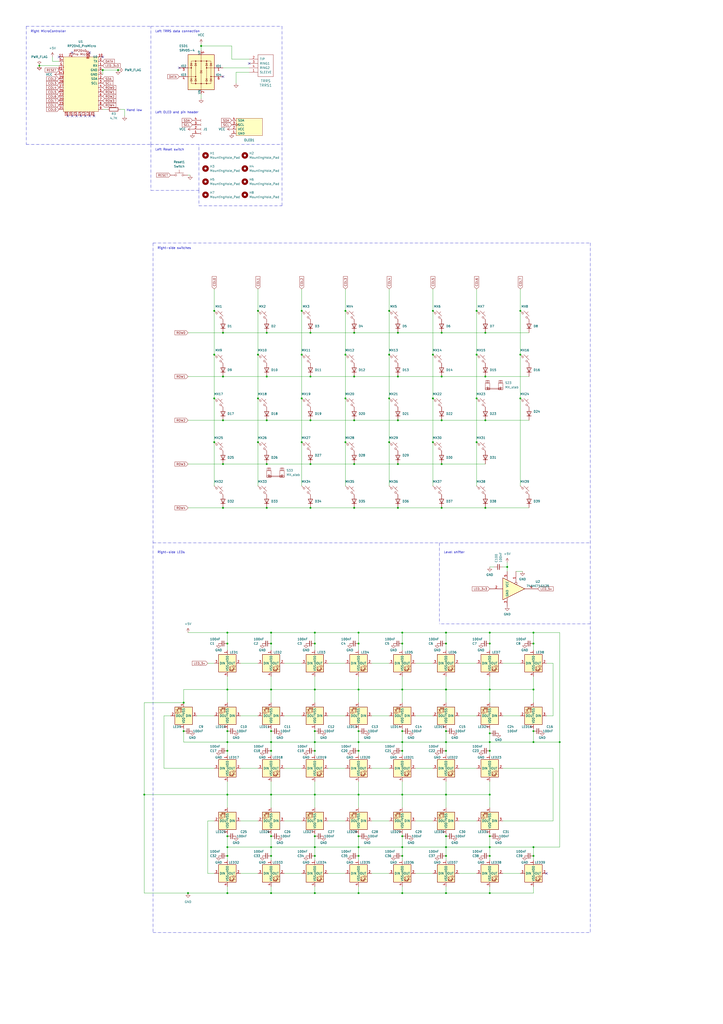
<source format=kicad_sch>
(kicad_sch (version 20230121) (generator eeschema)
  (paper "A2" portrait)
  (title_block (title "Win spit"))
  (junction (at 259.08 424.18))
  (junction (at 284.48 491.49))
  (junction (at 284.48 435.61))
  (junction (at 132.08 430.53))
  (junction (at 233.68 461.01))
  (junction (at 309.88 400.05))
  (junction (at 259.08 435.61))
  (junction (at 205.74 218.44))
  (junction (at 180.34 269.24))
  (junction (at 208.28 461.01))
  (junction (at 180.34 218.44))
  (junction (at 149.86 256.54))
  (junction (at 182.88 491.49))
  (junction (at 231.14 243.84))
  (junction (at 256.54 193.04))
  (junction (at 157.48 518.16))
  (junction (at 157.48 496.57))
  (junction (at 129.54 218.44))
  (junction (at 256.54 243.84))
  (junction (at 157.48 435.61))
  (junction (at 233.68 430.53))
  (junction (at 109.22 518.16))
  (junction (at 106.68 424.18))
  (junction (at 281.94 294.64))
  (junction (at 233.68 373.38))
  (junction (at 226.06 180.34))
  (junction (at 182.88 435.61))
  (junction (at 157.48 424.18))
  (junction (at 154.94 294.64))
  (junction (at 302.26 180.34))
  (junction (at 284.48 373.38))
  (junction (at 208.28 367.03))
  (junction (at 132.08 518.16))
  (junction (at 281.94 243.84))
  (junction (at 276.86 256.54))
  (junction (at 276.86 205.74))
  (junction (at 68.58 40.64))
  (junction (at 251.46 180.34))
  (junction (at 154.94 193.04))
  (junction (at 208.28 373.38))
  (junction (at 175.26 256.54))
  (junction (at 182.88 373.38))
  (junction (at 205.74 193.04))
  (junction (at 208.28 518.16))
  (junction (at 154.94 243.84))
  (junction (at 302.26 205.74))
  (junction (at 157.48 400.05))
  (junction (at 157.48 430.53))
  (junction (at 231.14 193.04))
  (junction (at 259.08 430.53))
  (junction (at 132.08 435.61))
  (junction (at 182.88 424.18))
  (junction (at 284.48 485.14))
  (junction (at 256.54 294.64))
  (junction (at 231.14 218.44))
  (junction (at 309.88 373.38))
  (junction (at 284.48 367.03))
  (junction (at 325.12 430.53))
  (junction (at 22.86 38.1))
  (junction (at 309.88 496.57))
  (junction (at 175.26 180.34))
  (junction (at 208.28 400.05))
  (junction (at 132.08 491.49))
  (junction (at 154.94 218.44))
  (junction (at 149.86 180.34))
  (junction (at 294.64 328.93))
  (junction (at 284.48 425.45))
  (junction (at 251.46 231.14))
  (junction (at 205.74 294.64))
  (junction (at 233.68 400.05))
  (junction (at 231.14 269.24))
  (junction (at 251.46 256.54))
  (junction (at 309.88 424.18))
  (junction (at 281.94 193.04))
  (junction (at 309.88 430.53))
  (junction (at 129.54 294.64))
  (junction (at 182.88 400.05))
  (junction (at 259.08 373.38))
  (junction (at 149.86 231.14))
  (junction (at 259.08 367.03))
  (junction (at 233.68 491.49))
  (junction (at 132.08 367.03))
  (junction (at 116.84 26.67))
  (junction (at 124.46 256.54))
  (junction (at 259.08 485.14))
  (junction (at 233.68 367.03))
  (junction (at 233.68 518.16))
  (junction (at 132.08 400.05))
  (junction (at 226.06 205.74))
  (junction (at 182.88 367.03))
  (junction (at 256.54 269.24))
  (junction (at 132.08 461.01))
  (junction (at 157.48 373.38))
  (junction (at 302.26 231.14))
  (junction (at 157.48 461.01))
  (junction (at 208.28 435.61))
  (junction (at 124.46 231.14))
  (junction (at 208.28 496.57))
  (junction (at 208.28 424.18))
  (junction (at 309.88 367.03))
  (junction (at 256.54 218.44))
  (junction (at 284.48 400.05))
  (junction (at 233.68 485.14))
  (junction (at 231.14 294.64))
  (junction (at 276.86 180.34))
  (junction (at 132.08 424.18))
  (junction (at 59.69 40.64))
  (junction (at 233.68 424.18))
  (junction (at 182.88 485.14))
  (junction (at 129.54 193.04))
  (junction (at 180.34 193.04))
  (junction (at 129.54 269.24))
  (junction (at 309.88 491.49))
  (junction (at 208.28 491.49))
  (junction (at 157.48 491.49))
  (junction (at 259.08 491.49))
  (junction (at 284.48 430.53))
  (junction (at 208.28 485.14))
  (junction (at 284.48 496.57))
  (junction (at 180.34 294.64))
  (junction (at 182.88 430.53))
  (junction (at 205.74 243.84))
  (junction (at 284.48 518.16))
  (junction (at 124.46 205.74))
  (junction (at 200.66 205.74))
  (junction (at 233.68 496.57))
  (junction (at 205.74 269.24))
  (junction (at 132.08 496.57))
  (junction (at 132.08 485.14))
  (junction (at 180.34 243.84))
  (junction (at 208.28 430.53))
  (junction (at 276.86 231.14))
  (junction (at 259.08 461.01))
  (junction (at 149.86 205.74))
  (junction (at 284.48 461.01))
  (junction (at 259.08 518.16))
  (junction (at 259.08 496.57))
  (junction (at 124.46 180.34))
  (junction (at 157.48 485.14))
  (junction (at 106.68 407.67))
  (junction (at 233.68 435.61))
  (junction (at 200.66 231.14))
  (junction (at 83.82 461.01))
  (junction (at 175.26 205.74))
  (junction (at 182.88 461.01))
  (junction (at 281.94 218.44))
  (junction (at 226.06 256.54))
  (junction (at 175.26 231.14))
  (junction (at 129.54 243.84))
  (junction (at 200.66 180.34))
  (junction (at 182.88 518.16))
  (junction (at 157.48 367.03))
  (junction (at 259.08 400.05))
  (junction (at 226.06 231.14))
  (junction (at 182.88 496.57))
  (junction (at 132.08 373.38))
  (junction (at 200.66 256.54))
  (junction (at 154.94 269.24))
  (junction (at 251.46 205.74))
  (no_connect (at 52.07 30.48))
  (no_connect (at 49.53 67.31))
  (no_connect (at 34.29 33.02))
  (no_connect (at 46.99 67.31))
  (no_connect (at 54.61 67.31))
  (no_connect (at 41.91 67.31))
  (no_connect (at 52.07 67.31))
  (no_connect (at 144.78 36.83))
  (no_connect (at 104.14 39.37))
  (no_connect (at 41.91 30.48))
  (no_connect (at 44.45 67.31))
  (no_connect (at 129.54 44.45))
  (no_connect (at 39.37 67.31))
  (no_connect (at 59.69 33.02))
  (no_connect (at 317.5 506.73))
  (wire (pts (xy 134.62 34.29) (xy 144.78 34.29)))
  (wire (pts (xy 132.08 373.38) (xy 132.08 377.19)))
  (wire (pts (xy 124.46 231.14) (xy 124.46 256.54)))
  (wire (pts (xy 157.48 392.43) (xy 157.48 400.05)))
  (wire (pts (xy 266.7 445.77) (xy 276.86 445.77)))
  (wire (pts (xy 284.48 491.49) (xy 284.48 496.57)))
  (wire (pts (xy 215.9 445.77) (xy 226.06 445.77)))
  (wire (pts (xy 157.48 430.53) (xy 182.88 430.53)))
  (wire (pts (xy 124.46 180.34) (xy 124.46 205.74)))
  (wire (pts (xy 208.28 485.14) (xy 208.28 491.49)))
  (wire (pts (xy 292.1 328.93) (xy 294.64 328.93)))
  (wire (pts (xy 132.08 453.39) (xy 132.08 461.01)))
  (wire (pts (xy 83.82 518.16) (xy 109.22 518.16)))
  (wire (pts (xy 157.48 367.03) (xy 157.48 373.38)))
  (wire (pts (xy 284.48 435.61) (xy 284.48 438.15)))
  (wire (pts (xy 175.26 180.34) (xy 175.26 205.74)))
  (wire (pts (xy 129.54 193.04) (xy 109.22 193.04)))
  (wire (pts (xy 34.29 35.56) (xy 30.48 35.56)))
  (wire (pts (xy 256.54 294.64) (xy 281.94 294.64)))
  (wire (pts (xy 154.94 193.04) (xy 180.34 193.04)))
  (polyline (pts (xy 15.24 15.24) (xy 15.24 83.82)) (stroke (width 0) (type dash_dot)))
  (wire (pts (xy 233.68 392.43) (xy 233.68 400.05)))
  (wire (pts (xy 22.86 38.1) (xy 34.29 38.1)))
  (wire (pts (xy 205.74 193.04) (xy 231.14 193.04)))
  (wire (pts (xy 180.34 269.24) (xy 205.74 269.24)))
  (wire (pts (xy 259.08 400.05) (xy 259.08 407.67)))
  (wire (pts (xy 284.48 430.53) (xy 284.48 435.61)))
  (wire (pts (xy 154.94 294.64) (xy 180.34 294.64)))
  (wire (pts (xy 302.26 180.34) (xy 302.26 205.74)))
  (wire (pts (xy 132.08 422.91) (xy 132.08 424.18)))
  (wire (pts (xy 149.86 205.74) (xy 149.86 231.14)))
  (polyline (pts (xy 87.63 15.24) (xy 163.83 15.24)) (stroke (width 0) (type dash_dot)))
  (wire (pts (xy 309.88 392.43) (xy 309.88 400.05)))
  (wire (pts (xy 259.08 491.49) (xy 284.48 491.49)))
  (wire (pts (xy 182.88 453.39) (xy 182.88 461.01)))
  (wire (pts (xy 165.1 506.73) (xy 175.26 506.73)))
  (polyline (pts (xy 163.83 15.24) (xy 163.83 119.38)) (stroke (width 0) (type dash_dot)))
  (wire (pts (xy 149.86 180.34) (xy 149.86 205.74)))
  (wire (pts (xy 284.48 483.87) (xy 284.48 485.14)))
  (wire (pts (xy 157.48 491.49) (xy 182.88 491.49)))
  (polyline (pts (xy 88.9 140.97) (xy 88.9 541.02)) (stroke (width 0) (type dash_dot)))
  (wire (pts (xy 284.48 328.93) (xy 287.02 328.93)))
  (wire (pts (xy 284.48 425.45) (xy 284.48 422.91)))
  (wire (pts (xy 276.86 231.14) (xy 276.86 256.54)))
  (wire (pts (xy 302.26 205.74) (xy 302.26 231.14)))
  (wire (pts (xy 259.08 491.49) (xy 259.08 496.57)))
  (wire (pts (xy 317.5 415.29) (xy 321.31 415.29)))
  (wire (pts (xy 180.34 243.84) (xy 205.74 243.84)))
  (wire (pts (xy 106.68 430.53) (xy 132.08 430.53)))
  (wire (pts (xy 139.7 384.81) (xy 149.86 384.81)))
  (wire (pts (xy 200.66 256.54) (xy 200.66 281.94)))
  (wire (pts (xy 259.08 373.38) (xy 259.08 377.19)))
  (wire (pts (xy 132.08 461.01) (xy 132.08 468.63)))
  (wire (pts (xy 284.48 485.14) (xy 284.48 491.49)))
  (wire (pts (xy 157.48 367.03) (xy 182.88 367.03)))
  (wire (pts (xy 157.48 461.01) (xy 157.48 468.63)))
  (wire (pts (xy 208.28 422.91) (xy 208.28 424.18)))
  (wire (pts (xy 182.88 424.18) (xy 182.88 430.53)))
  (wire (pts (xy 233.68 400.05) (xy 233.68 407.67)))
  (wire (pts (xy 154.94 243.84) (xy 180.34 243.84)))
  (wire (pts (xy 129.54 243.84) (xy 154.94 243.84)))
  (wire (pts (xy 182.88 461.01) (xy 182.88 468.63)))
  (wire (pts (xy 157.48 422.91) (xy 157.48 424.18)))
  (wire (pts (xy 231.14 294.64) (xy 256.54 294.64)))
  (wire (pts (xy 284.48 496.57) (xy 284.48 499.11)))
  (polyline (pts (xy 88.9 140.97) (xy 342.9 140.97)) (stroke (width 0) (type dash_dot)))
  (wire (pts (xy 180.34 218.44) (xy 205.74 218.44)))
  (wire (pts (xy 182.88 483.87) (xy 182.88 485.14)))
  (wire (pts (xy 157.48 373.38) (xy 157.48 377.19)))
  (wire (pts (xy 134.62 34.29) (xy 134.62 26.67)))
  (wire (pts (xy 132.08 424.18) (xy 132.08 430.53)))
  (wire (pts (xy 284.48 518.16) (xy 309.88 518.16)))
  (wire (pts (xy 182.88 514.35) (xy 182.88 518.16)))
  (wire (pts (xy 292.1 445.77) (xy 321.31 445.77)))
  (wire (pts (xy 154.94 269.24) (xy 180.34 269.24)))
  (wire (pts (xy 129.54 294.64) (xy 109.22 294.64)))
  (wire (pts (xy 157.48 491.49) (xy 157.48 496.57)))
  (wire (pts (xy 309.88 496.57) (xy 309.88 499.11)))
  (wire (pts (xy 139.7 445.77) (xy 149.86 445.77)))
  (wire (pts (xy 165.1 384.81) (xy 175.26 384.81)))
  (wire (pts (xy 165.1 476.25) (xy 175.26 476.25)))
  (wire (pts (xy 259.08 422.91) (xy 259.08 424.18)))
  (wire (pts (xy 226.06 180.34) (xy 226.06 205.74)))
  (wire (pts (xy 233.68 491.49) (xy 233.68 496.57)))
  (wire (pts (xy 182.88 367.03) (xy 208.28 367.03)))
  (wire (pts (xy 200.66 231.14) (xy 200.66 256.54)))
  (wire (pts (xy 259.08 514.35) (xy 259.08 518.16)))
  (wire (pts (xy 302.26 231.14) (xy 302.26 281.94)))
  (polyline (pts (xy 87.63 110.49) (xy 115.57 110.49)) (stroke (width 0) (type dash_dot)))
  (wire (pts (xy 116.84 25.4) (xy 116.84 26.67)))
  (wire (pts (xy 157.48 496.57) (xy 157.48 499.11)))
  (wire (pts (xy 200.66 167.64) (xy 200.66 180.34)))
  (wire (pts (xy 106.68 424.18) (xy 106.68 430.53)))
  (polyline (pts (xy 87.63 83.82) (xy 87.63 15.24)) (stroke (width 0) (type dash_dot)))
  (wire (pts (xy 233.68 367.03) (xy 233.68 373.38)))
  (wire (pts (xy 208.28 392.43) (xy 208.28 400.05)))
  (wire (pts (xy 134.62 26.67) (xy 116.84 26.67)))
  (wire (pts (xy 233.68 496.57) (xy 233.68 499.11)))
  (wire (pts (xy 182.88 392.43) (xy 182.88 400.05)))
  (wire (pts (xy 175.26 205.74) (xy 175.26 231.14)))
  (wire (pts (xy 259.08 392.43) (xy 259.08 400.05)))
  (wire (pts (xy 59.69 63.5) (xy 62.23 63.5)))
  (wire (pts (xy 233.68 430.53) (xy 259.08 430.53)))
  (wire (pts (xy 208.28 367.03) (xy 233.68 367.03)))
  (wire (pts (xy 116.84 26.67) (xy 116.84 29.21)))
  (wire (pts (xy 309.88 367.03) (xy 325.12 367.03)))
  (wire (pts (xy 233.68 367.03) (xy 259.08 367.03)))
  (wire (pts (xy 182.88 435.61) (xy 182.88 438.15)))
  (wire (pts (xy 129.54 193.04) (xy 154.94 193.04)))
  (wire (pts (xy 215.9 415.29) (xy 226.06 415.29)))
  (wire (pts (xy 215.9 506.73) (xy 226.06 506.73)))
  (wire (pts (xy 259.08 483.87) (xy 259.08 485.14)))
  (wire (pts (xy 154.94 218.44) (xy 180.34 218.44)))
  (wire (pts (xy 132.08 435.61) (xy 132.08 438.15)))
  (wire (pts (xy 157.48 461.01) (xy 182.88 461.01)))
  (wire (pts (xy 175.26 256.54) (xy 175.26 281.94)))
  (wire (pts (xy 208.28 435.61) (xy 208.28 438.15)))
  (wire (pts (xy 226.06 256.54) (xy 226.06 281.94)))
  (wire (pts (xy 233.68 514.35) (xy 233.68 518.16)))
  (wire (pts (xy 190.5 384.81) (xy 200.66 384.81)))
  (wire (pts (xy 276.86 256.54) (xy 276.86 281.94)))
  (wire (pts (xy 129.54 269.24) (xy 154.94 269.24)))
  (wire (pts (xy 182.88 422.91) (xy 182.88 424.18)))
  (wire (pts (xy 208.28 461.01) (xy 208.28 468.63)))
  (wire (pts (xy 190.5 415.29) (xy 200.66 415.29)))
  (wire (pts (xy 182.88 400.05) (xy 182.88 407.67)))
  (wire (pts (xy 256.54 269.24) (xy 281.94 269.24)))
  (wire (pts (xy 205.74 294.64) (xy 231.14 294.64)))
  (wire (pts (xy 149.86 167.64) (xy 149.86 180.34)))
  (wire (pts (xy 284.48 491.49) (xy 309.88 491.49)))
  (wire (pts (xy 116.84 54.61) (xy 116.84 57.15)))
  (wire (pts (xy 226.06 231.14) (xy 226.06 256.54)))
  (wire (pts (xy 233.68 435.61) (xy 233.68 438.15)))
  (wire (pts (xy 182.88 430.53) (xy 182.88 435.61)))
  (wire (pts (xy 241.3 384.81) (xy 251.46 384.81)))
  (wire (pts (xy 175.26 167.64) (xy 175.26 180.34)))
  (wire (pts (xy 284.48 430.53) (xy 309.88 430.53)))
  (wire (pts (xy 256.54 243.84) (xy 281.94 243.84)))
  (wire (pts (xy 309.88 430.53) (xy 325.12 430.53)))
  (wire (pts (xy 149.86 231.14) (xy 149.86 256.54)))
  (wire (pts (xy 309.88 422.91) (xy 309.88 424.18)))
  (wire (pts (xy 190.5 506.73) (xy 200.66 506.73)))
  (wire (pts (xy 233.68 518.16) (xy 259.08 518.16)))
  (wire (pts (xy 233.68 485.14) (xy 233.68 491.49)))
  (wire (pts (xy 124.46 256.54) (xy 124.46 281.94)))
  (wire (pts (xy 205.74 218.44) (xy 231.14 218.44)))
  (wire (pts (xy 68.58 40.64) (xy 59.69 40.64)))
  (wire (pts (xy 259.08 367.03) (xy 284.48 367.03)))
  (wire (pts (xy 106.68 400.05) (xy 106.68 407.67)))
  (wire (pts (xy 256.54 193.04) (xy 281.94 193.04)))
  (wire (pts (xy 259.08 424.18) (xy 259.08 430.53)))
  (wire (pts (xy 231.14 243.84) (xy 256.54 243.84)))
  (wire (pts (xy 205.74 243.84) (xy 231.14 243.84)))
  (wire (pts (xy 276.86 205.74) (xy 276.86 231.14)))
  (wire (pts (xy 259.08 496.57) (xy 259.08 499.11)))
  (wire (pts (xy 266.7 476.25) (xy 276.86 476.25)))
  (wire (pts (xy 233.68 491.49) (xy 259.08 491.49)))
  (wire (pts (xy 251.46 167.64) (xy 251.46 180.34)))
  (wire (pts (xy 157.48 483.87) (xy 157.48 485.14)))
  (polyline (pts (xy 342.9 140.97) (xy 342.9 313.69)) (stroke (width 0) (type dash_dot)))
  (wire (pts (xy 281.94 294.64) (xy 307.34 294.64)))
  (wire (pts (xy 233.68 461.01) (xy 233.68 468.63)))
  (wire (pts (xy 233.68 430.53) (xy 233.68 435.61)))
  (wire (pts (xy 259.08 400.05) (xy 284.48 400.05)))
  (wire (pts (xy 241.3 506.73) (xy 251.46 506.73)))
  (wire (pts (xy 284.48 514.35) (xy 284.48 518.16)))
  (wire (pts (xy 83.82 461.01) (xy 132.08 461.01)))
  (wire (pts (xy 284.48 373.38) (xy 284.48 377.19)))
  (wire (pts (xy 233.68 483.87) (xy 233.68 485.14)))
  (wire (pts (xy 302.26 415.29) (xy 292.1 415.29)))
  (wire (pts (xy 208.28 430.53) (xy 233.68 430.53)))
  (wire (pts (xy 215.9 384.81) (xy 226.06 384.81)))
  (wire (pts (xy 157.48 430.53) (xy 157.48 435.61)))
  (wire (pts (xy 325.12 367.03) (xy 325.12 430.53)))
  (wire (pts (xy 157.48 485.14) (xy 157.48 491.49)))
  (wire (pts (xy 309.88 424.18) (xy 309.88 430.53)))
  (wire (pts (xy 299.72 331.47) (xy 303.53 331.47)))
  (wire (pts (xy 284.48 367.03) (xy 284.48 373.38)))
  (wire (pts (xy 144.78 41.91) (xy 137.16 41.91)))
  (wire (pts (xy 309.88 491.49) (xy 325.12 491.49)))
  (wire (pts (xy 132.08 485.14) (xy 132.08 491.49)))
  (wire (pts (xy 137.16 41.91) (xy 137.16 48.26)))
  (wire (pts (xy 266.7 506.73) (xy 276.86 506.73)))
  (wire (pts (xy 95.25 415.29) (xy 95.25 445.77)))
  (wire (pts (xy 110.49 101.6) (xy 109.22 101.6)))
  (wire (pts (xy 208.28 461.01) (xy 233.68 461.01)))
  (polyline (pts (xy 15.24 15.24) (xy 87.63 15.24)) (stroke (width 0) (type dash_dot)))
  (wire (pts (xy 208.28 373.38) (xy 208.28 367.03)))
  (polyline (pts (xy 342.9 361.95) (xy 255.27 361.95)) (stroke (width 0) (type dash_dot)))
  (wire (pts (xy 139.7 415.29) (xy 149.86 415.29)))
  (wire (pts (xy 190.5 476.25) (xy 200.66 476.25)))
  (wire (pts (xy 157.48 453.39) (xy 157.48 461.01)))
  (polyline (pts (xy 342.9 313.69) (xy 342.9 541.02)) (stroke (width 0) (type dash_dot)))
  (wire (pts (xy 109.22 367.03) (xy 132.08 367.03)))
  (wire (pts (xy 294.64 328.93) (xy 294.64 331.47)))
  (polyline (pts (xy 255.27 314.96) (xy 255.27 361.95)) (stroke (width 0) (type dash_dot)))
  (wire (pts (xy 182.88 491.49) (xy 182.88 496.57)))
  (wire (pts (xy 132.08 461.01) (xy 157.48 461.01)))
  (wire (pts (xy 284.48 461.01) (xy 284.48 468.63)))
  (polyline (pts (xy 87.63 83.82) (xy 163.83 83.82)) (stroke (width 0) (type dash_dot)))
  (wire (pts (xy 325.12 430.53) (xy 325.12 491.49)))
  (wire (pts (xy 132.08 483.87) (xy 132.08 485.14)))
  (wire (pts (xy 208.28 491.49) (xy 208.28 496.57)))
  (wire (pts (xy 129.54 269.24) (xy 109.22 269.24)))
  (polyline (pts (xy 115.57 119.38) (xy 163.83 119.38)) (stroke (width 0) (type dash_dot)))
  (wire (pts (xy 120.65 476.25) (xy 120.65 506.73)))
  (wire (pts (xy 180.34 294.64) (xy 205.74 294.64)))
  (wire (pts (xy 182.88 485.14) (xy 182.88 491.49)))
  (wire (pts (xy 284.48 430.53) (xy 284.48 425.45)))
  (wire (pts (xy 317.5 384.81) (xy 321.31 384.81)))
  (wire (pts (xy 259.08 461.01) (xy 259.08 468.63)))
  (wire (pts (xy 266.7 384.81) (xy 276.86 384.81)))
  (wire (pts (xy 259.08 518.16) (xy 284.48 518.16)))
  (wire (pts (xy 208.28 400.05) (xy 233.68 400.05)))
  (wire (pts (xy 200.66 205.74) (xy 200.66 231.14)))
  (wire (pts (xy 284.48 400.05) (xy 309.88 400.05)))
  (wire (pts (xy 175.26 231.14) (xy 175.26 256.54)))
  (wire (pts (xy 226.06 167.64) (xy 226.06 180.34)))
  (wire (pts (xy 251.46 180.34) (xy 251.46 205.74)))
  (wire (pts (xy 292.1 476.25) (xy 321.31 476.25)))
  (wire (pts (xy 241.3 445.77) (xy 251.46 445.77)))
  (wire (pts (xy 208.28 514.35) (xy 208.28 518.16)))
  (wire (pts (xy 241.3 476.25) (xy 251.46 476.25)))
  (wire (pts (xy 233.68 400.05) (xy 259.08 400.05)))
  (wire (pts (xy 129.54 243.84) (xy 109.22 243.84)))
  (wire (pts (xy 157.48 400.05) (xy 157.48 407.67)))
  (wire (pts (xy 114.3 415.29) (xy 124.46 415.29)))
  (wire (pts (xy 208.28 453.39) (xy 208.28 461.01)))
  (wire (pts (xy 129.54 218.44) (xy 109.22 218.44)))
  (wire (pts (xy 132.08 367.03) (xy 132.08 373.38)))
  (wire (pts (xy 208.28 483.87) (xy 208.28 485.14)))
  (wire (pts (xy 321.31 445.77) (xy 321.31 476.25)))
  (wire (pts (xy 182.88 430.53) (xy 208.28 430.53)))
  (wire (pts (xy 132.08 496.57) (xy 132.08 499.11)))
  (wire (pts (xy 215.9 476.25) (xy 226.06 476.25)))
  (wire (pts (xy 259.08 453.39) (xy 259.08 461.01)))
  (wire (pts (xy 259.08 430.53) (xy 259.08 435.61)))
  (wire (pts (xy 309.88 400.05) (xy 309.88 407.67)))
  (wire (pts (xy 182.88 491.49) (xy 208.28 491.49)))
  (wire (pts (xy 132.08 400.05) (xy 157.48 400.05)))
  (wire (pts (xy 182.88 367.03) (xy 182.88 373.38)))
  (wire (pts (xy 106.68 400.05) (xy 132.08 400.05)))
  (wire (pts (xy 281.94 218.44) (xy 307.34 218.44)))
  (wire (pts (xy 259.08 435.61) (xy 259.08 438.15)))
  (wire (pts (xy 294.64 326.39) (xy 294.64 328.93)))
  (wire (pts (xy 309.88 367.03) (xy 309.88 373.38)))
  (wire (pts (xy 165.1 445.77) (xy 175.26 445.77)))
  (wire (pts (xy 106.68 422.91) (xy 106.68 424.18)))
  (wire (pts (xy 208.28 377.19) (xy 208.28 373.38)))
  (wire (pts (xy 208.28 496.57) (xy 208.28 499.11)))
  (wire (pts (xy 157.48 435.61) (xy 157.48 438.15)))
  (wire (pts (xy 129.54 39.37) (xy 144.78 39.37)))
  (wire (pts (xy 182.88 400.05) (xy 208.28 400.05)))
  (wire (pts (xy 281.94 193.04) (xy 307.34 193.04)))
  (wire (pts (xy 120.65 476.25) (xy 124.46 476.25)))
  (wire (pts (xy 266.7 415.29) (xy 276.86 415.29)))
  (wire (pts (xy 182.88 461.01) (xy 208.28 461.01)))
  (wire (pts (xy 157.48 514.35) (xy 157.48 518.16)))
  (polyline (pts (xy 87.63 83.82) (xy 87.63 110.49)) (stroke (width 0) (type dash_dot)))
  (wire (pts (xy 69.85 63.5) (xy 72.39 63.5)))
  (wire (pts (xy 233.68 422.91) (xy 233.68 424.18)))
  (wire (pts (xy 284.48 407.67) (xy 284.48 400.05)))
  (wire (pts (xy 83.82 407.67) (xy 106.68 407.67)))
  (wire (pts (xy 208.28 400.05) (xy 208.28 407.67)))
  (wire (pts (xy 251.46 231.14) (xy 251.46 256.54)))
  (wire (pts (xy 208.28 518.16) (xy 233.68 518.16)))
  (wire (pts (xy 309.88 373.38) (xy 309.88 377.19)))
  (wire (pts (xy 208.28 424.18) (xy 208.28 430.53)))
  (wire (pts (xy 180.34 193.04) (xy 205.74 193.04)))
  (wire (pts (xy 132.08 430.53) (xy 132.08 435.61)))
  (wire (pts (xy 132.08 491.49) (xy 132.08 496.57)))
  (wire (pts (xy 284.48 453.39) (xy 284.48 461.01)))
  (wire (pts (xy 251.46 256.54) (xy 251.46 281.94)))
  (wire (pts (xy 200.66 180.34) (xy 200.66 205.74)))
  (wire (pts (xy 132.08 430.53) (xy 157.48 430.53)))
  (polyline (pts (xy 88.9 541.02) (xy 342.9 541.02)) (stroke (width 0) (type dash_dot)))
  (wire (pts (xy 139.7 476.25) (xy 149.86 476.25)))
  (polyline (pts (xy 115.57 110.49) (xy 115.57 83.82)) (stroke (width 0) (type dash_dot)))
  (wire (pts (xy 132.08 518.16) (xy 157.48 518.16)))
  (wire (pts (xy 182.88 373.38) (xy 182.88 377.19)))
  (wire (pts (xy 281.94 243.84) (xy 307.34 243.84)))
  (wire (pts (xy 139.7 506.73) (xy 149.86 506.73)))
  (polyline (pts (xy 15.24 83.82) (xy 87.63 83.82)) (stroke (width 0) (type dash_dot)))
  (wire (pts (xy 157.48 400.05) (xy 182.88 400.05)))
  (polyline (pts (xy 88.9 314.96) (xy 342.9 314.96)) (stroke (width 0) (type dash_dot)))
  (wire (pts (xy 157.48 518.16) (xy 182.88 518.16)))
  (wire (pts (xy 83.82 461.01) (xy 83.82 518.16)))
  (wire (pts (xy 129.54 294.64) (xy 154.94 294.64)))
  (wire (pts (xy 231.14 218.44) (xy 256.54 218.44)))
  (wire (pts (xy 95.25 415.29) (xy 99.06 415.29)))
  (wire (pts (xy 276.86 180.34) (xy 276.86 205.74)))
  (wire (pts (xy 309.88 514.35) (xy 309.88 518.16)))
  (wire (pts (xy 132.08 367.03) (xy 157.48 367.03)))
  (wire (pts (xy 132.08 491.49) (xy 157.48 491.49)))
  (wire (pts (xy 124.46 167.64) (xy 124.46 180.34)))
  (wire (pts (xy 259.08 430.53) (xy 284.48 430.53)))
  (wire (pts (xy 95.25 445.77) (xy 124.46 445.77)))
  (wire (pts (xy 231.14 269.24) (xy 256.54 269.24)))
  (wire (pts (xy 241.3 415.29) (xy 251.46 415.29)))
  (wire (pts (xy 309.88 491.49) (xy 309.88 496.57)))
  (wire (pts (xy 132.08 514.35) (xy 132.08 518.16)))
  (wire (pts (xy 233.68 424.18) (xy 233.68 430.53)))
  (wire (pts (xy 165.1 415.29) (xy 175.26 415.29)))
  (wire (pts (xy 129.54 218.44) (xy 154.94 218.44)))
  (wire (pts (xy 190.5 445.77) (xy 200.66 445.77)))
  (wire (pts (xy 233.68 373.38) (xy 233.68 377.19)))
  (wire (pts (xy 302.26 167.64) (xy 302.26 180.34)))
  (wire (pts (xy 284.48 392.43) (xy 284.48 400.05)))
  (wire (pts (xy 132.08 392.43) (xy 132.08 400.05)))
  (wire (pts (xy 109.22 518.16) (xy 132.08 518.16)))
  (polyline (pts (xy 115.57 110.49) (xy 115.57 119.38)) (stroke (width 0) (type dash_dot)))
  (wire (pts (xy 149.86 256.54) (xy 149.86 281.94)))
  (wire (pts (xy 259.08 461.01) (xy 284.48 461.01)))
  (wire (pts (xy 231.14 193.04) (xy 256.54 193.04)))
  (wire (pts (xy 259.08 367.03) (xy 259.08 373.38)))
  (wire (pts (xy 182.88 496.57) (xy 182.88 499.11)))
  (wire (pts (xy 30.48 33.02) (xy 30.48 35.56)))
  (wire (pts (xy 72.39 63.5) (xy 72.39 67.31)))
  (wire (pts (xy 233.68 461.01) (xy 259.08 461.01)))
  (wire (pts (xy 120.65 384.81) (xy 124.46 384.81)))
  (wire (pts (xy 256.54 218.44) (xy 281.94 218.44)))
  (wire (pts (xy 292.1 384.81) (xy 302.26 384.81)))
  (wire (pts (xy 251.46 205.74) (xy 251.46 231.14)))
  (wire (pts (xy 321.31 384.81) (xy 321.31 415.29)))
  (wire (pts (xy 276.86 167.64) (xy 276.86 180.34)))
  (wire (pts (xy 208.28 491.49) (xy 233.68 491.49)))
  (wire (pts (xy 205.74 269.24) (xy 231.14 269.24)))
  (wire (pts (xy 259.08 485.14) (xy 259.08 491.49)))
  (wire (pts (xy 124.46 205.74) (xy 124.46 231.14)))
  (wire (pts (xy 132.08 400.05) (xy 132.08 407.67)))
  (wire (pts (xy 182.88 518.16) (xy 208.28 518.16)))
  (wire (pts (xy 292.1 506.73) (xy 302.26 506.73)))
  (wire (pts (xy 120.65 506.73) (xy 124.46 506.73)))
  (wire (pts (xy 233.68 453.39) (xy 233.68 461.01)))
  (wire (pts (xy 226.06 205.74) (xy 226.06 231.14)))
  (wire (pts (xy 284.48 367.03) (xy 309.88 367.03)))
  (wire (pts (xy 208.28 430.53) (xy 208.28 435.61)))
  (wire (pts (xy 59.69 40.64) (xy 59.69 43.18)))
  (wire (pts (xy 157.48 424.18) (xy 157.48 430.53)))
  (wire (pts (xy 83.82 407.67) (xy 83.82 461.01)))
  (text "Right-side switches" (at 91.44 144.78 0) (effects (font (size 1.27 1.27)) (justify left bottom)))
  (text "Left TRRS data connection\n" (at 90.17 19.05 0) (effects (font (size 1.27 1.27)) (justify left bottom)))
  (text "Right MicroController" (at 17.78 19.05 0) (effects (font (size 1.27 1.27)) (justify left bottom)))
  (text "Left Reset switch\n" (at 90.17 87.63 0) (effects (font (size 1.27 1.27)) (justify left bottom)))
  (text "Level shifter" (at 257.81 321.31 0) (effects (font (size 1.27 1.27)) (justify left bottom)))
  (text "Hand low" (at 82.55 64.77 0) (effects (font (size 1.27 1.27)) (justify right bottom)))
  (text "Right-side LEDs" (at 91.44 321.31 0) (effects (font (size 1.27 1.27)) (justify left bottom)))
  (text "Left OLED and pin header" (at 90.17 66.04 0) (effects (font (size 1.27 1.27)) (justify left bottom)))
  (global_label "COL2" (shape input) (at 175.26 167.64 90) (property "Intersheetrefs" "${INTERSHEET_REFS}" (effects hide)))
  (global_label "COL1" (shape input) (at 34.29 60.96 180) (property "Intersheetrefs" "${INTERSHEET_REFS}" (effects hide)))
  (global_label "COL3" (shape input) (at 200.66 167.64 90) (property "Intersheetrefs" "${INTERSHEET_REFS}" (effects hide)))
  (global_label "LED_3v3" (shape input) (at 59.69 38.1 0) (property "Intersheetrefs" "${INTERSHEET_REFS}" (effects hide)))
  (global_label "COL7" (shape input) (at 34.29 58.42 180) (property "Intersheetrefs" "${INTERSHEET_REFS}" (effects hide)))
  (global_label "COL6" (shape input) (at 276.86 167.64 90) (property "Intersheetrefs" "${INTERSHEET_REFS}" (effects hide)))
  (global_label "COL5" (shape input) (at 251.46 167.64 90) (property "Intersheetrefs" "${INTERSHEET_REFS}" (effects hide)))
  (global_label "ROW2" (shape input) (at 109.22 243.84 180) (property "Intersheetrefs" "${INTERSHEET_REFS}" (effects hide)))
  (global_label "SCL" (shape input) (at 134.62 72.39 180) (property "Intersheetrefs" "${INTERSHEET_REFS}" (effects hide)))
  (global_label "ROW4" (shape input) (at 109.22 294.64 180) (property "Intersheetrefs" "${INTERSHEET_REFS}" (effects hide)))
  (global_label "COL3" (shape input) (at 34.29 48.26 180) (property "Intersheetrefs" "${INTERSHEET_REFS}" (effects hide)))
  (global_label "SDA" (shape input) (at 111.76 69.85 180) (property "Intersheetrefs" "${INTERSHEET_REFS}" (effects hide)))
  (global_label "ROW4" (shape input) (at 59.69 60.96 0) (property "Intersheetrefs" "${INTERSHEET_REFS}" (effects hide)))
  (global_label "DATA" (shape input) (at 104.14 44.45 180) (property "Intersheetrefs" "${INTERSHEET_REFS}" (effects hide)))
  (global_label "RESET" (shape input) (at 34.29 40.64 180) (property "Intersheetrefs" "${INTERSHEET_REFS}" (effects hide)))
  (global_label "COL4" (shape input) (at 226.06 167.64 90) (property "Intersheetrefs" "${INTERSHEET_REFS}" (effects hide)))
  (global_label "RESET" (shape input) (at 99.06 101.6 180) (property "Intersheetrefs" "${INTERSHEET_REFS}" (effects hide)))
  (global_label "SDA" (shape input) (at 59.69 45.72 0) (property "Intersheetrefs" "${INTERSHEET_REFS}" (effects hide)))
  (global_label "COL1" (shape input) (at 149.86 167.64 90) (property "Intersheetrefs" "${INTERSHEET_REFS}" (effects hide)))
  (global_label "COL7" (shape input) (at 302.26 167.64 90) (property "Intersheetrefs" "${INTERSHEET_REFS}" (effects hide)))
  (global_label "LED_5v" (shape input) (at 312.42 341.63 0) (property "Intersheetrefs" "${INTERSHEET_REFS}" (effects hide)))
  (global_label "ROW1" (shape input) (at 59.69 53.34 0) (property "Intersheetrefs" "${INTERSHEET_REFS}" (effects hide)))
  (global_label "COL6" (shape input) (at 34.29 55.88 180) (property "Intersheetrefs" "${INTERSHEET_REFS}" (effects hide)))
  (global_label "LED_3v3" (shape input) (at 284.48 341.63 180) (property "Intersheetrefs" "${INTERSHEET_REFS}" (effects hide)))
  (global_label "ROW3" (shape input) (at 109.22 269.24 180) (property "Intersheetrefs" "${INTERSHEET_REFS}" (effects hide)))
  (global_label "COL4" (shape input) (at 34.29 50.8 180) (property "Intersheetrefs" "${INTERSHEET_REFS}" (effects hide)))
  (global_label "ROW0" (shape input) (at 59.69 50.8 0) (property "Intersheetrefs" "${INTERSHEET_REFS}" (effects hide)))
  (global_label "COL0" (shape input) (at 124.46 167.64 90) (property "Intersheetrefs" "${INTERSHEET_REFS}" (effects hide)))
  (global_label "COL5" (shape input) (at 34.29 53.34 180) (property "Intersheetrefs" "${INTERSHEET_REFS}" (effects hide)))
  (global_label "SCL" (shape input) (at 111.76 72.39 180) (property "Intersheetrefs" "${INTERSHEET_REFS}" (effects hide)))
  (global_label "ROW3" (shape input) (at 59.69 58.42 0) (property "Intersheetrefs" "${INTERSHEET_REFS}" (effects hide)))
  (global_label "SDA" (shape input) (at 134.62 69.85 180) (property "Intersheetrefs" "${INTERSHEET_REFS}" (effects hide)))
  (global_label "ROW0" (shape input) (at 109.22 193.04 180) (property "Intersheetrefs" "${INTERSHEET_REFS}" (effects hide)))
  (global_label "SCL" (shape input) (at 59.69 48.26 0) (property "Intersheetrefs" "${INTERSHEET_REFS}" (effects hide)))
  (global_label "COL0" (shape input) (at 34.29 63.5 180) (property "Intersheetrefs" "${INTERSHEET_REFS}" (effects hide)))
  (global_label "COL2" (shape input) (at 34.29 45.72 180) (property "Intersheetrefs" "${INTERSHEET_REFS}" (effects hide)))
  (global_label "DATA" (shape input) (at 59.69 35.56 0) (property "Intersheetrefs" "${INTERSHEET_REFS}" (effects hide)))
  (global_label "ROW1" (shape input) (at 109.22 218.44 180) (property "Intersheetrefs" "${INTERSHEET_REFS}" (effects hide)))
  (global_label "LED_5v" (shape input) (at 120.65 384.81 180) (property "Intersheetrefs" "${INTERSHEET_REFS}" (effects hide)))
  (global_label "ROW2" (shape input) (at 59.69 55.88 0) (property "Intersheetrefs" "${INTERSHEET_REFS}" (effects hide)))
  (symbol (lib_id "PCM_marbastlib-mx:MX_SK6812MINI-E") (at 157.48 384.81 0) (unit 1)
    (property "Reference" "LED2" (at 161.29 378.46 0))
    (property "Value" "MX_SK6812MINI-E" (effects hide))
    (property "Footprint" "PCM_marbastlib-mx:LED_MX_6028R-ROT" (effects hide))
  )
  (symbol (lib_name "GND_2") (lib_id "power:GND") (at 110.49 101.6 0) (unit 1)
    (property "Reference" "#PWR057" (effects hide))
    (property "Value" "GND" (effects hide))
  )
  (symbol (lib_name "74AHCT1G125_1") (lib_id "74xGxx:74AHCT1G125") (at 299.72 341.63 0) (unit 1)
    (property "Reference" "U2" (at 312.42 337.4391 0))
    (property "Value" "74AHCT1G125" (at 312.42 339.9791 0))
    (property "Footprint" "Package_TO_SOT_SMD:SOT-23-5" (effects hide))
    (property "Datasheet" "http://www.ti.com/lit/sg/scyt129e/scyt129e.pdf" (effects hide))
    (property "LCSC" "C7484" (effects hide))
  )
  (symbol (lib_id "PCM_marbastlib-mx:MX_SW_HS_CPG151101S11") (at 203.2 182.88 0) (unit 1)
    (property "Reference" "MX4" (at 203.2 177.8 0))
    (property "Value" "MX_SW_HS" (effects hide))
    (property "Footprint" "winkeebs:SW_MX_HS_CPG151101S11_1u" (effects hide))
  )
  (symbol (lib_id "ScottoKeebs:Placeholder_Diode") (at 205.74 265.43 90) (unit 1)
    (property "Reference" "D28" (at 208.28 264.16 90) (effects (justify right)))
    (property "Value" "Diode" (effects hide))
    (property "Footprint" "winkeebs:Diode_SOD-123" (effects hide))
    (property "Sim.Device" "D" (effects hide))
    (property "Sim.Pins" "1=K 2=A" (effects hide))
    (property "LCSC" "C81598" (effects hide))
  )
  (symbol (lib_id "power:GND") (at 289.56 485.14 0) (unit 1)
    (property "Reference" "#PWR049" (effects hide))
    (property "Value" "GND" (at 289.56 488.95 0))
  )
  (symbol (lib_id "Mechanical:MountingHole") (at 119.38 105.41 90) (unit 1)
    (property "Reference" "H5" (at 121.92 104.14 90) (effects (justify right)))
    (property "Value" "MountingHole_Pad" (at 121.92 106.68 90) (effects (justify right)))
    (property "Footprint" "winkeebs:HOLE_M2" (effects hide))
  )
  (symbol (lib_id "PCM_marbastlib-mx:MX_SW_HS_CPG151101S11") (at 203.2 208.28 0) (unit 1)
    (property "Reference" "MX12" (at 203.2 203.2 0))
    (property "Value" "MX_SW_HS" (effects hide))
    (property "Footprint" "winkeebs:SW_MX_HS_CPG151101S11_1u" (effects hide))
  )
  (symbol (lib_id "Device:C_Small") (at 160.02 485.14 90) (unit 1)
    (property "Reference" "C26" (at 168.91 482.6 90) (effects (justify left)))
    (property "Value" "100nF" (at 168.91 485.14 90) (effects (justify left)))
    (property "Footprint" "Capacitor_SMD:C_0402_1005Metric" (effects hide))
    (property "LCSC" "C1525" (effects hide))
  )
  (symbol (lib_id "PCM_marbastlib-mx:MX_SW_HS_CPG151101S11") (at 127 233.68 0) (unit 1)
    (property "Reference" "MX17" (at 127 228.6 0))
    (property "Value" "MX_SW_HS" (effects hide))
    (property "Footprint" "winkeebs:SW_MX_HS_CPG151101S11_1u" (effects hide))
  )
  (symbol (lib_id "ScottoKeebs:Placeholder_TRRS") (at 153.67 44.45 0) (unit 1)
    (property "Reference" "TRRS1" (at 154.305 49.53 0) (effects (font (size 1.524 1.524))))
    (property "Value" "TRRS" (at 154.305 46.99 0) (effects (font (size 1.524 1.524))))
    (property "Footprint" "ScottoKeebs_Components:TRRS_PJ-320A" (effects hide))
  )
  (symbol (lib_id "Device:C_Small") (at 160.02 424.18 90) (unit 1)
    (property "Reference" "C11" (at 168.91 421.64 90) (effects (justify left)))
    (property "Value" "100nF" (at 168.91 424.18 90) (effects (justify left)))
    (property "Footprint" "Capacitor_SMD:C_0402_1005Metric" (effects hide))
    (property "LCSC" "C1525" (effects hide))
  )
  (symbol (lib_id "power:GND") (at 137.16 485.14 0) (unit 1)
    (property "Reference" "#PWR055" (effects hide))
    (property "Value" "GND" (at 137.16 488.95 0))
  )
  (symbol (lib_id "PCM_marbastlib-mx:MX_SK6812MINI-E") (at 208.28 476.25 180) (unit 1)
    (property "Reference" "LED28" (at 204.47 482.6 0))
    (property "Value" "MX_SK6812MINI-E" (effects hide))
    (property "Footprint" "PCM_marbastlib-mx:LED_MX_6028R" (effects hide))
  )
  (symbol (lib_id "PCM_marbastlib-mx:MX_SW_HS_CPG151101S11") (at 254 259.08 0) (unit 1)
    (property "Reference" "MX30" (at 254 254 0))
    (property "Value" "MX_SW_HS" (effects hide))
    (property "Footprint" "winkeebs:SW_MX_HS_CPG151101S11_1u" (effects hide))
  )
  (symbol (lib_id "Device:C_Small") (at 231.14 496.57 270) (unit 1)
    (property "Reference" "C36" (at 223.52 496.57 90) (effects (justify left)))
    (property "Value" "100nF" (at 223.52 494.03 90) (effects (justify left)))
    (property "Footprint" "Capacitor_SMD:C_0402_1005Metric" (effects hide))
    (property "LCSC" "C1525" (effects hide))
  )
  (symbol (lib_id "PCM_marbastlib-mx:MX_SK6812MINI-E") (at 208.28 445.77 0) (unit 1)
    (property "Reference" "LED20" (at 212.09 439.42 0))
    (property "Value" "MX_SK6812MINI-E" (effects hide))
    (property "Footprint" "PCM_marbastlib-mx:LED_MX_6028R-ROT" (effects hide))
  )
  (symbol (lib_id "Device:C_Small") (at 287.02 425.45 90) (unit 1)
    (property "Reference" "C24" (at 294.64 421.64 90) (effects (justify right)))
    (property "Value" "100nF" (at 294.64 424.18 90) (effects (justify right)))
    (property "Footprint" "Capacitor_SMD:C_0402_1005Metric" (effects hide))
    (property "LCSC" "C1525" (effects hide))
  )
  (symbol (lib_id "ScottoKeebs:Placeholder_Diode") (at 281.94 240.03 90) (unit 1)
    (property "Reference" "D23" (at 284.48 240.03 90) (effects (justify right)))
    (property "Value" "Diode" (effects hide))
    (property "Footprint" "winkeebs:Diode_SOD-123" (effects hide))
    (property "Sim.Device" "D" (effects hide))
    (property "Sim.Pins" "1=K 2=A" (effects hide))
    (property "LCSC" "C81598" (effects hide))
  )
  (symbol (lib_id "PCM_marbastlib-mx:MX_SK6812MINI-E") (at 259.08 445.77 0) (unit 1)
    (property "Reference" "LED22" (at 262.89 439.42 0))
    (property "Value" "MX_SK6812MINI-E" (effects hide))
    (property "Footprint" "PCM_marbastlib-mx:LED_MX_6028R-ROT" (effects hide))
  )
  (symbol (lib_id "Device:C_Small") (at 154.94 496.57 270) (unit 1)
    (property "Reference" "C33" (at 147.32 496.57 90) (effects (justify left)))
    (property "Value" "100nF" (at 147.32 494.03 90) (effects (justify left)))
    (property "Footprint" "Capacitor_SMD:C_0402_1005Metric" (effects hide))
    (property "LCSC" "C1525" (effects hide))
  )
  (symbol (lib_id "PCM_marbastlib-mx:MX_SK6812MINI-E") (at 157.48 445.77 0) (unit 1)
    (property "Reference" "LED18" (at 161.29 439.42 0))
    (property "Value" "MX_SK6812MINI-E" (effects hide))
    (property "Footprint" "PCM_marbastlib-mx:LED_MX_6028R-ROT" (effects hide))
  )
  (symbol (lib_id "PCM_marbastlib-mx:MX_SK6812MINI-E") (at 157.48 476.25 180) (unit 1)
    (property "Reference" "LED26" (at 153.67 482.6 0))
    (property "Value" "MX_SK6812MINI-E" (effects hide))
    (property "Footprint" "PCM_marbastlib-mx:LED_MX_6028R" (effects hide))
  )
  (symbol (lib_id "ScottoKeebs:Placeholder_Diode") (at 256.54 240.03 90) (unit 1)
    (property "Reference" "D22" (at 259.08 240.03 90) (effects (justify right)))
    (property "Value" "Diode" (effects hide))
    (property "Footprint" "winkeebs:Diode_SOD-123" (effects hide))
    (property "Sim.Device" "D" (effects hide))
    (property "Sim.Pins" "1=K 2=A" (effects hide))
    (property "LCSC" "C81598" (effects hide))
  )
  (symbol (lib_id "power:GND") (at 238.76 424.18 0) (unit 1)
    (property "Reference" "#PWR046" (effects hide))
    (property "Value" "GND" (at 238.76 427.99 0))
  )
  (symbol (lib_id "Mechanical:MountingHole") (at 119.38 90.17 90) (unit 1)
    (property "Reference" "H1" (at 121.92 88.9 90) (effects (justify right)))
    (property "Value" "MountingHole_Pad" (at 121.92 91.44 90) (effects (justify right)))
    (property "Footprint" "winkeebs:HOLE_M2" (effects hide))
  )
  (symbol (lib_id "PCM_marbastlib-mx:MX_SK6812MINI-E") (at 309.88 506.73 0) (unit 1)
    (property "Reference" "LED39" (at 313.69 500.38 0))
    (property "Value" "MX_SK6812MINI-E" (effects hide))
    (property "Footprint" "PCM_marbastlib-mx:LED_MX_6028R-ROT" (effects hide))
  )
  (symbol (lib_id "ScottoKeebs:Placeholder_Diode") (at 256.54 265.43 90) (unit 1)
    (property "Reference" "D30" (at 259.08 265.43 90) (effects (justify right)))
    (property "Value" "Diode" (effects hide))
    (property "Footprint" "winkeebs:Diode_SOD-123" (effects hide))
    (property "Sim.Device" "D" (effects hide))
    (property "Sim.Pins" "1=K 2=A" (effects hide))
    (property "LCSC" "C81598" (effects hide))
  )
  (symbol (lib_id "ScottoKeebs:Placeholder_Diode") (at 256.54 214.63 90) (unit 1)
    (property "Reference" "D14" (at 259.08 214.63 90) (effects (justify right)))
    (property "Value" "Diode" (effects hide))
    (property "Footprint" "winkeebs:Diode_SOD-123" (effects hide))
    (property "Sim.Device" "D" (effects hide))
    (property "Sim.Pins" "1=K 2=A" (effects hide))
    (property "LCSC" "C81598" (effects hide))
  )
  (symbol (lib_id "power:GND") (at 254 496.57 0) (unit 1)
    (property "Reference" "#PWR035" (effects hide))
    (property "Value" "GND" (at 254 500.38 0))
  )
  (symbol (lib_id "PCM_marbastlib-mx:MX_SW_HS_CPG151101S11") (at 254 284.48 0) (unit 1)
    (property "Reference" "MX37" (at 254 279.4 0))
    (property "Value" "MX_SW_HS" (effects hide))
    (property "Footprint" "winkeebs:SW_MX_HS_CPG151101S11_1u" (effects hide))
  )
  (symbol (lib_id "PCM_marbastlib-mx:MX_SK6812MINI-E") (at 157.48 506.73 0) (unit 1)
    (property "Reference" "LED33" (at 161.29 500.38 0))
    (property "Value" "MX_SK6812MINI-E" (effects hide))
    (property "Footprint" "PCM_marbastlib-mx:LED_MX_6028R-ROT" (effects hide))
  )
  (symbol (lib_id "power:GND") (at 116.84 57.15 0) (mirror y) (unit 1)
    (property "Reference" "#PWR022" (effects hide))
    (property "Value" "GND" (effects hide))
  )
  (symbol (lib_id "Device:C_Small") (at 261.62 485.14 90) (unit 1)
    (property "Reference" "C30" (at 270.51 482.6 90) (effects (justify left)))
    (property "Value" "100nF" (at 270.51 485.14 90) (effects (justify left)))
    (property "Footprint" "Capacitor_SMD:C_0402_1005Metric" (effects hide))
    (property "LCSC" "C1525" (effects hide))
  )
  (symbol (lib_id "Device:C_Small") (at 180.34 373.38 270) (unit 1)
    (property "Reference" "C3" (at 172.72 373.38 90) (effects (justify left)))
    (property "Value" "100nF" (at 172.72 370.84 90) (effects (justify left)))
    (property "Footprint" "Capacitor_SMD:C_0402_1005Metric" (effects hide))
    (property "LCSC" "C1525" (effects hide))
  )
  (symbol (lib_id "PCM_marbastlib-mx:MX_SK6812MINI-E") (at 233.68 384.81 0) (unit 1)
    (property "Reference" "LED5" (at 237.49 378.46 0))
    (property "Value" "MX_SK6812MINI-E" (effects hide))
    (property "Footprint" "PCM_marbastlib-mx:LED_MX_6028R-ROT" (effects hide))
  )
  (symbol (lib_id "Device:C_Small") (at 287.02 485.14 90) (unit 1)
    (property "Reference" "C31" (at 295.91 482.6 90) (effects (justify left)))
    (property "Value" "100nF" (at 295.91 485.14 90) (effects (justify left)))
    (property "Footprint" "Capacitor_SMD:C_0402_1005Metric" (effects hide))
    (property "LCSC" "C1525" (effects hide))
  )
  (symbol (lib_id "Device:C_Small") (at 307.34 496.57 270) (unit 1)
    (property "Reference" "C39" (at 299.72 496.57 90) (effects (justify left)))
    (property "Value" "100nF" (at 299.72 494.03 90) (effects (justify left)))
    (property "Footprint" "Capacitor_SMD:C_0402_1005Metric" (effects hide))
    (property "LCSC" "C1525" (effects hide))
  )
  (symbol (lib_id "Mechanical:MountingHole") (at 142.24 105.41 90) (unit 1)
    (property "Reference" "H6" (at 144.78 104.14 90) (effects (justify right)))
    (property "Value" "MountingHole_Pad" (at 144.78 106.68 90) (effects (justify right)))
    (property "Footprint" "winkeebs:HOLE_M2" (effects hide))
  )
  (symbol (lib_id "ScottoKeebs:Placeholder_Diode") (at 281.94 265.43 90) (unit 1)
    (property "Reference" "D31" (at 284.48 265.43 90) (effects (justify right)))
    (property "Value" "Diode" (effects hide))
    (property "Footprint" "winkeebs:Diode_SOD-123" (effects hide))
    (property "Sim.Device" "D" (effects hide))
    (property "Sim.Pins" "1=K 2=A" (effects hide))
    (property "LCSC" "C81598" (effects hide))
  )
  (symbol (lib_name "GND_2") (lib_id "power:GND") (at 22.86 38.1 0) (mirror y) (unit 1)
    (property "Reference" "#PWR020" (effects hide))
    (property "Value" "GND" (effects hide))
  )
  (symbol (lib_id "PCM_marbastlib-mx:MX_SW_HS_CPG151101S11") (at 177.8 208.28 0) (unit 1)
    (property "Reference" "MX11" (at 177.8 203.2 0))
    (property "Value" "MX_SW_HS" (effects hide))
    (property "Footprint" "winkeebs:SW_MX_HS_CPG151101S11_1u" (effects hide))
  )
  (symbol (lib_id "ScottoKeebs:Placeholder_Diode") (at 256.54 189.23 90) (unit 1)
    (property "Reference" "D6" (at 259.08 189.23 90) (effects (justify right)))
    (property "Value" "Diode" (effects hide))
    (property "Footprint" "winkeebs:Diode_SOD-123" (effects hide))
    (property "Sim.Device" "D" (effects hide))
    (property "Sim.Pins" "1=K 2=A" (effects hide))
    (property "LCSC" "C81598" (effects hide))
  )
  (symbol (lib_id "PCM_marbastlib-mx:MX_SW_HS_CPG151101S11") (at 304.8 208.28 0) (unit 1)
    (property "Reference" "MX16" (at 304.8 203.2 0))
    (property "Value" "MX_SW_HS" (effects hide))
    (property "Footprint" "winkeebs:SW_MX_HS_CPG151101S11_1u" (effects hide))
  )
  (symbol (lib_id "PCM_marbastlib-mx:MX_SW_HS_CPG151101S11") (at 304.8 182.88 0) (unit 1)
    (property "Reference" "MX8" (at 304.8 177.8 0))
    (property "Value" "MX_SW_HS" (effects hide))
    (property "Footprint" "winkeebs:SW_MX_HS_CPG151101S11_1.5u" (effects hide))
  )
  (symbol (lib_id "PCM_marbastlib-mx:MX_SW_HS_CPG151101S11") (at 254 208.28 0) (unit 1)
    (property "Reference" "MX14" (at 254 203.2 0))
    (property "Value" "MX_SW_HS" (effects hide))
    (property "Footprint" "winkeebs:SW_MX_HS_CPG151101S11_1u" (effects hide))
  )
  (symbol (lib_id "PCM_marbastlib-mx:MX_SW_HS_CPG151101S11") (at 228.6 284.48 0) (unit 1)
    (property "Reference" "MX36" (at 228.6 279.4 0))
    (property "Value" "MX_SW_HS" (effects hide))
    (property "Footprint" "winkeebs:SW_MX_HS_CPG151101S11_1.25u" (effects hide))
  )
  (symbol (lib_id "ScottoKeebs:Placeholder_Switch") (at 104.14 101.6 0) (unit 1)
    (property "Reference" "Reset1" (at 104.14 93.98 0))
    (property "Value" "Switch" (at 104.14 96.52 0))
    (property "Footprint" "Button_Switch_SMD:SW_SPST_B3U-1000P" (effects hide))
    (property "LCSC" "C231329" (effects hide))
  )
  (symbol (lib_id "PCM_marbastlib-mx:MX_SK6812MINI-E") (at 182.88 445.77 0) (unit 1)
    (property "Reference" "LED19" (at 186.69 439.42 0))
    (property "Value" "MX_SK6812MINI-E" (effects hide))
    (property "Footprint" "PCM_marbastlib-mx:LED_MX_6028R-ROT" (effects hide))
  )
  (symbol (lib_id "PCM_marbastlib-mx:MX_SW_HS_CPG151101S11") (at 127 284.48 0) (unit 1)
    (property "Reference" "MX32" (at 127 279.4 0))
    (property "Value" "MX_SW_HS" (effects hide))
    (property "Footprint" "winkeebs:SW_MX_HS_CPG151101S11_1u" (effects hide))
  )
  (symbol (lib_id "PCM_marbastlib-mx:MX_SW_HS_CPG151101S11") (at 203.2 284.48 0) (unit 1)
    (property "Reference" "MX35" (at 203.2 279.4 0))
    (property "Value" "MX_SW_HS" (effects hide))
    (property "Footprint" "winkeebs:SW_MX_HS_CPG151101S11_1.25u" (effects hide))
  )
  (symbol (lib_id "power:GND") (at 279.4 435.61 0) (unit 1)
    (property "Reference" "#PWR031" (effects hide))
    (property "Value" "GND" (at 279.4 439.42 0))
  )
  (symbol (lib_id "ScottoKeebs:Placeholder_Diode") (at 231.14 290.83 90) (unit 1)
    (property "Reference" "D36" (at 233.68 290.83 90) (effects (justify right)))
    (property "Value" "Diode" (effects hide))
    (property "Footprint" "winkeebs:Diode_SOD-123" (effects hide))
    (property "Sim.Device" "D" (effects hide))
    (property "Sim.Pins" "1=K 2=A" (effects hide))
    (property "LCSC" "C81598" (effects hide))
  )
  (symbol (lib_id "ScottoKeebs:Placeholder_Diode") (at 205.74 240.03 90) (unit 1)
    (property "Reference" "D20" (at 208.28 240.03 90) (effects (justify right)))
    (property "Value" "Diode" (effects hide))
    (property "Footprint" "winkeebs:Diode_SOD-123" (effects hide))
    (property "Sim.Device" "D" (effects hide))
    (property "Sim.Pins" "1=K 2=A" (effects hide))
    (property "LCSC" "C81598" (effects hide))
  )
  (symbol (lib_id "power:GND") (at 264.16 485.14 0) (unit 1)
    (property "Reference" "#PWR050" (effects hide))
    (property "Value" "GND" (at 264.16 488.95 0))
  )
  (symbol (lib_id "PCM_marbastlib-mx:MX_SW_HS_CPG151101S11") (at 254 182.88 0) (unit 1)
    (property "Reference" "MX6" (at 254 177.8 0))
    (property "Value" "MX_SW_HS" (effects hide))
    (property "Footprint" "winkeebs:SW_MX_HS_CPG151101S11_1u" (effects hide))
  )
  (symbol (lib_id "power:VCC") (at 134.62 74.93 90) (mirror x) (unit 1)
    (property "Reference" "#PWR029" (effects hide))
    (property "Value" "VCC" (at 130.81 74.93 90) (effects (justify left)))
  )
  (symbol (lib_id "PCM_marbastlib-mx:MX_SW_HS_CPG151101S11") (at 152.4 182.88 0) (unit 1)
    (property "Reference" "MX2" (at 152.4 177.8 0))
    (property "Value" "MX_SW_HS" (effects hide))
    (property "Footprint" "winkeebs:SW_MX_HS_CPG151101S11_1u" (effects hide))
  )
  (symbol (lib_id "Device:C_Small") (at 185.42 485.14 90) (unit 1)
    (property "Reference" "C27" (at 194.31 482.6 90) (effects (justify left)))
    (property "Value" "100nF" (at 194.31 485.14 90) (effects (justify left)))
    (property "Footprint" "Capacitor_SMD:C_0402_1005Metric" (effects hide))
    (property "LCSC" "C1525" (effects hide))
  )
  (symbol (lib_id "power:PWR_FLAG") (at 22.86 38.1 0) (mirror y) (unit 1)
    (property "Reference" "#FLG02" (effects hide))
    (property "Value" "PWR_FLAG" (at 22.86 33.02 0))
  )
  (symbol (lib_id "Device:C_Small") (at 205.74 435.61 270) (unit 1)
    (property "Reference" "C20" (at 198.12 435.61 90) (effects (justify left)))
    (property "Value" "100nF" (at 198.12 433.07 90) (effects (justify left)))
    (property "Footprint" "Capacitor_SMD:C_0402_1005Metric" (effects hide))
    (property "LCSC" "C1525" (effects hide))
  )
  (symbol (lib_id "PCM_marbastlib-mx:MX_SW_HS_CPG151101S11") (at 228.6 208.28 0) (unit 1)
    (property "Reference" "MX13" (at 228.6 203.2 0))
    (property "Value" "MX_SW_HS" (effects hide))
    (property "Footprint" "winkeebs:SW_MX_HS_CPG151101S11_1u" (effects hide))
  )
  (symbol (lib_id "Device:C_Small") (at 205.74 373.38 270) (unit 1)
    (property "Reference" "C4" (at 198.12 373.38 90) (effects (justify left)))
    (property "Value" "100nF" (at 198.12 370.84 90) (effects (justify left)))
    (property "Footprint" "Capacitor_SMD:C_0402_1005Metric" (effects hide))
    (property "LCSC" "C1525" (effects hide))
  )
  (symbol (lib_id "Mechanical:MountingHole") (at 119.38 113.03 90) (unit 1)
    (property "Reference" "H7" (at 121.92 111.76 90) (effects (justify right)))
    (property "Value" "MountingHole_Pad" (at 121.92 114.3 90) (effects (justify right)))
    (property "Footprint" "winkeebs:HOLE_M2" (effects hide))
  )
  (symbol (lib_id "PCM_marbastlib-mx:MX_SK6812MINI-E") (at 157.48 415.29 180) (unit 1)
    (property "Reference" "LED11" (at 153.67 421.64 0))
    (property "Value" "MX_SK6812MINI-E" (effects hide))
    (property "Footprint" "PCM_marbastlib-mx:LED_MX_6028R" (effects hide))
  )
  (symbol (lib_id "power:GND") (at 177.8 373.38 0) (unit 1)
    (property "Reference" "#PWR05" (effects hide))
    (property "Value" "GND" (at 177.8 377.19 0))
  )
  (symbol (lib_id "ScottoKeebs:Placeholder_Diode") (at 129.54 240.03 90) (unit 1)
    (property "Reference" "D17" (at 132.08 240.03 90) (effects (justify right)))
    (property "Value" "Diode" (effects hide))
    (property "Footprint" "winkeebs:Diode_SOD-123" (effects hide))
    (property "Sim.Device" "D" (effects hide))
    (property "Sim.Pins" "1=K 2=A" (effects hide))
    (property "LCSC" "C81598" (effects hide))
  )
  (symbol (lib_id "Mechanical:MountingHole") (at 142.24 113.03 90) (unit 1)
    (property "Reference" "H8" (at 144.78 111.76 90) (effects (justify right)))
    (property "Value" "MountingHole_Pad" (at 144.78 114.3 90) (effects (justify right)))
    (property "Footprint" "winkeebs:HOLE_M2" (effects hide))
  )
  (symbol (lib_id "PCM_marbastlib-mx:MX_stab") (at 160.02 274.32 0) (unit 1)
    (property "Reference" "S33" (at 166.37 272.923 0) (effects (justify left)))
    (property "Value" "MX_stab" (at 166.37 275.463 0) (effects (justify left)))
    (property "Footprint" "PCM_marbastlib-mx:STAB_MX_P_2.25u" (effects hide))
  )
  (symbol (lib_id "PCM_marbastlib-mx:MX_SW_HS_CPG151101S11") (at 254 233.68 0) (unit 1)
    (property "Reference" "MX22" (at 254 228.6 0))
    (property "Value" "MX_SW_HS" (effects hide))
    (property "Footprint" "winkeebs:SW_MX_HS_CPG151101S11_1u" (effects hide))
  )
  (symbol (lib_id "power:GND") (at 284.48 328.93 0) (unit 1)
    (property "Reference" "#PWR010" (effects hide))
    (property "Value" "GND" (at 284.48 333.4925 0))
  )
  (symbol (lib_id "PCM_marbastlib-mx:MX_SK6812MINI-E") (at 208.28 384.81 0) (unit 1)
    (property "Reference" "LED4" (at 212.09 378.46 0))
    (property "Value" "MX_SK6812MINI-E" (effects hide))
    (property "Footprint" "PCM_marbastlib-mx:LED_MX_6028R-ROT" (effects hide))
  )
  (symbol (lib_name "GND_2") (lib_id "power:GND") (at 137.16 48.26 0) (mirror y) (unit 1)
    (property "Reference" "#PWR09" (effects hide))
    (property "Value" "GND" (effects hide))
  )
  (symbol (lib_id "power:GND") (at 304.8 496.57 0) (unit 1)
    (property "Reference" "#PWR034" (effects hide))
    (property "Value" "GND" (at 304.8 500.38 0))
  )
  (symbol (lib_id "power:GND") (at 162.56 424.18 0) (unit 1)
    (property "Reference" "#PWR043" (effects hide))
    (property "Value" "GND" (at 162.56 427.99 0))
  )
  (symbol (lib_id "power:GND") (at 203.2 373.38 0) (unit 1)
    (property "Reference" "#PWR06" (effects hide))
    (property "Value" "GND" (at 203.2 377.19 0))
  )
  (symbol (lib_id "PCM_marbastlib-mx:MX_SW_HS_CPG151101S11") (at 152.4 259.08 0) (unit 1)
    (property "Reference" "MX26" (at 152.4 254 0))
    (property "Value" "MX_SW_HS" (effects hide))
    (property "Footprint" "winkeebs:SW_MX_HS_CPG151101S11_1u" (effects hide))
  )
  (symbol (lib_id "power:GND") (at 254 373.38 0) (unit 1)
    (property "Reference" "#PWR013" (effects hide))
    (property "Value" "GND" (at 254 377.19 0))
  )
  (symbol (lib_id "power:GND") (at 228.6 435.61 0) (unit 1)
    (property "Reference" "#PWR027" (effects hide))
    (property "Value" "GND" (at 228.6 439.42 0))
  )
  (symbol (lib_name "GND_2") (lib_id "power:GND") (at 72.39 67.31 0) (mirror y) (unit 1)
    (property "Reference" "#PWR019" (effects hide))
    (property "Value" "GND" (effects hide))
  )
  (symbol (lib_id "ScottoKeebs:Placeholder_Diode") (at 205.74 189.23 90) (unit 1)
    (property "Reference" "D4" (at 208.28 189.23 90) (effects (justify right)))
    (property "Value" "Diode" (effects hide))
    (property "Footprint" "winkeebs:Diode_SOD-123" (effects hide))
    (property "Sim.Device" "D" (effects hide))
    (property "Sim.Pins" "1=K 2=A" (effects hide))
    (property "LCSC" "C81598" (effects hide))
  )
  (symbol (lib_id "Mechanical:MountingHole") (at 119.38 97.79 90) (unit 1)
    (property "Reference" "H3" (at 121.92 96.52 90) (effects (justify right)))
    (property "Value" "MountingHole_Pad" (at 121.92 99.06 90) (effects (justify right)))
    (property "Footprint" "winkeebs:HOLE_M2" (effects hide))
  )
  (symbol (lib_id "power:GND") (at 203.2 435.61 0) (unit 1)
    (property "Reference" "#PWR026" (effects hide))
    (property "Value" "GND" (at 203.2 439.42 0))
  )
  (symbol (lib_id "PCM_marbastlib-mx:MX_SW_HS_CPG151101S11") (at 177.8 233.68 0) (unit 1)
    (property "Reference" "MX19" (at 177.8 228.6 0))
    (property "Value" "MX_SW_HS" (effects hide))
    (property "Footprint" "winkeebs:SW_MX_HS_CPG151101S11_1u" (effects hide))
  )
  (symbol (lib_id "ScottoKeebs:Placeholder_Diode") (at 129.54 214.63 90) (unit 1)
    (property "Reference" "D9" (at 132.08 214.63 90) (effects (justify right)))
    (property "Value" "Diode" (effects hide))
    (property "Footprint" "winkeebs:Diode_SOD-123" (effects hide))
    (property "Sim.Device" "D" (effects hide))
    (property "Sim.Pins" "1=K 2=A" (effects hide))
    (property "LCSC" "C81598" (effects hide))
  )
  (symbol (lib_id "PCM_marbastlib-mx:MX_SW_HS_CPG151101S11") (at 304.8 284.48 0) (unit 1)
    (property "Reference" "MX39" (at 304.8 279.4 0))
    (property "Value" "MX_SW_HS" (effects hide))
    (property "Footprint" "winkeebs:SW_MX_HS_CPG151101S11_1u" (effects hide))
  )
  (symbol (lib_id "PCM_marbastlib-mx:MX_SW_HS_CPG151101S11") (at 279.4 259.08 0) (unit 1)
    (property "Reference" "MX31" (at 279.4 254 0))
    (property "Value" "MX_SW_HS" (effects hide))
    (property "Footprint" "winkeebs:SW_MX_HS_CPG151101S11_1u" (effects hide))
  )
  (symbol (lib_id "ScottoKeebs:Placeholder_Diode") (at 281.94 290.83 90) (unit 1)
    (property "Reference" "D38" (at 284.48 290.83 90) (effects (justify right)))
    (property "Value" "Diode" (effects hide))
    (property "Footprint" "winkeebs:Diode_SOD-123" (effects hide))
    (property "Sim.Device" "D" (effects hide))
    (property "Sim.Pins" "1=K 2=A" (effects hide))
    (property "LCSC" "C81598" (effects hide))
  )
  (symbol (lib_id "Device:C_Small") (at 281.94 373.38 270) (unit 1)
    (property "Reference" "C7" (at 274.32 373.38 90) (effects (justify left)))
    (property "Value" "100nF" (at 274.32 370.84 90) (effects (justify left)))
    (property "Footprint" "Capacitor_SMD:C_0402_1005Metric" (effects hide))
    (property "LCSC" "C1525" (effects hide))
  )
  (symbol (lib_id "power:VCC") (at 111.76 74.93 90) (mirror x) (unit 1)
    (property "Reference" "#PWR024" (effects hide))
    (property "Value" "VCC" (at 107.95 74.93 90) (effects (justify left)))
  )
  (symbol (lib_id "Device:C_Small") (at 312.42 424.18 90) (unit 1)
    (property "Reference" "C16" (at 321.31 421.64 90) (effects (justify left)))
    (property "Value" "100nF" (at 321.31 424.18 90) (effects (justify left)))
    (property "Footprint" "Capacitor_SMD:C_0402_1005Metric" (effects hide))
    (property "LCSC" "C1525" (effects hide))
  )
  (symbol (lib_id "PCM_marbastlib-mx:MX_SW_HS_CPG151101S11") (at 127 208.28 0) (unit 1)
    (property "Reference" "MX9" (at 127 203.2 0))
    (property "Value" "MX_SW_HS" (effects hide))
    (property "Footprint" "winkeebs:SW_MX_HS_CPG151101S11_1u" (effects hide))
  )
  (symbol (lib_id "Device:C_Small") (at 231.14 373.38 270) (unit 1)
    (property "Reference" "C5" (at 223.52 373.38 90) (effects (justify left)))
    (property "Value" "100nF" (at 223.52 370.84 90) (effects (justify left)))
    (property "Footprint" "Capacitor_SMD:C_0402_1005Metric" (effects hide))
    (property "LCSC" "C1525" (effects hide))
  )
  (symbol (lib_id "ScottoKeebs:Placeholder_Diode") (at 154.94 290.83 90) (unit 1)
    (property "Reference" "D33" (at 157.48 290.83 90) (effects (justify right)))
    (property "Value" "Diode" (effects hide))
    (property "Footprint" "winkeebs:Diode_SOD-123" (effects hide))
    (property "Sim.Device" "D" (effects hide))
    (property "Sim.Pins" "1=K 2=A" (effects hide))
    (property "LCSC" "C81598" (effects hide))
  )
  (symbol (lib_id "power:+5V") (at 294.64 326.39 0) (unit 1)
    (property "Reference" "#PWR08" (effects hide))
    (property "Value" "+5V" (at 294.64 321.31 0))
  )
  (symbol (lib_id "PCM_marbastlib-mx:MX_SW_HS_CPG151101S11") (at 177.8 284.48 0) (unit 1)
    (property "Reference" "MX34" (at 177.8 279.4 0))
    (property "Value" "MX_SW_HS" (effects hide))
    (property "Footprint" "winkeebs:SW_MX_HS_CPG151101S11_1.25u" (effects hide))
  )
  (symbol (lib_id "PCM_marbastlib-mx:MX_SK6812MINI-E") (at 284.48 476.25 180) (unit 1)
    (property "Reference" "LED31" (at 280.67 482.6 0))
    (property "Value" "MX_SK6812MINI-E" (effects hide))
    (property "Footprint" "PCM_marbastlib-mx:LED_MX_6028R" (effects hide))
  )
  (symbol (lib_name "GND_2") (lib_id "power:GND") (at 22.86 38.1 0) (mirror y) (unit 1)
    (property "Reference" "#PWR017" (effects hide))
    (property "Value" "GND" (effects hide))
  )
  (symbol (lib_id "ScottoKeebs:Placeholder_Diode") (at 180.34 189.23 90) (unit 1)
    (property "Reference" "D3" (at 182.88 189.23 90) (effects (justify right)))
    (property "Value" "Diode" (effects hide))
    (property "Footprint" "winkeebs:Diode_SOD-123" (effects hide))
    (property "Sim.Device" "D" (effects hide))
    (property "Sim.Pins" "1=K 2=A" (effects hide))
    (property "LCSC" "C81598" (effects hide))
  )
  (symbol (lib_id "power:VCC") (at 34.29 43.18 90) (mirror x) (unit 1)
    (property "Reference" "#PWR016" (effects hide))
    (property "Value" "VCC" (at 30.48 43.18 90) (effects (justify left)))
  )
  (symbol (lib_id "Device:C_Small") (at 256.54 373.38 270) (unit 1)
    (property "Reference" "C6" (at 248.92 373.38 90) (effects (justify left)))
    (property "Value" "100nF" (at 248.92 370.84 90) (effects (justify left)))
    (property "Footprint" "Capacitor_SMD:C_0402_1005Metric" (effects hide))
    (property "LCSC" "C1525" (effects hide))
  )
  (symbol (lib_id "power:GND") (at 238.76 485.14 0) (unit 1)
    (property "Reference" "#PWR051" (effects hide))
    (property "Value" "GND" (at 238.76 488.95 0))
  )
  (symbol (lib_id "PCM_marbastlib-mx:MX_SK6812MINI-E") (at 233.68 445.77 0) (unit 1)
    (property "Reference" "LED21" (at 237.49 439.42 0))
    (property "Value" "MX_SK6812MINI-E" (effects hide))
    (property "Footprint" "PCM_marbastlib-mx:LED_MX_6028R-ROT" (effects hide))
  )
  (symbol (lib_id "PCM_marbastlib-mx:MX_SK6812MINI-E") (at 284.48 415.29 180) (unit 1)
    (property "Reference" "LED24" (at 280.67 421.64 0))
    (property "Value" "MX_SK6812MINI-E" (effects hide))
    (property "Footprint" "PCM_marbastlib-mx:LED_MX_6028R" (effects hide))
  )
  (symbol (lib_id "ScottoKeebs:Placeholder_Diode") (at 307.34 214.63 90) (unit 1)
    (property "Reference" "D16" (at 309.88 214.63 90) (effects (justify right)))
    (property "Value" "Diode" (effects hide))
    (property "Footprint" "winkeebs:Diode_SOD-123" (effects hide))
    (property "Sim.Device" "D" (effects hide))
    (property "Sim.Pins" "1=K 2=A" (effects hide))
    (property "LCSC" "C81598" (effects hide))
  )
  (symbol (lib_id "Device:C_Small") (at 134.62 485.14 90) (unit 1)
    (property "Reference" "C25" (at 143.51 482.6 90) (effects (justify left)))
    (property "Value" "100nF" (at 143.51 485.14 90) (effects (justify left)))
    (property "Footprint" "Capacitor_SMD:C_0402_1005Metric" (effects hide))
    (property "LCSC" "C1525" (effects hide))
  )
  (symbol (lib_id "power:+5V") (at 30.48 33.02 0) (unit 1)
    (property "Reference" "#PWR01" (effects hide))
    (property "Value" "+5V" (at 30.48 27.94 0))
  )
  (symbol (lib_id "ScottoKeebs:Placeholder_Diode") (at 281.94 189.23 90) (unit 1)
    (property "Reference" "D7" (at 284.48 189.23 90) (effects (justify right)))
    (property "Value" "Diode" (effects hide))
    (property "Footprint" "winkeebs:Diode_SOD-123" (effects hide))
    (property "Sim.Device" "D" (effects hide))
    (property "Sim.Pins" "1=K 2=A" (effects hide))
    (property "LCSC" "C81598" (effects hide))
  )
  (symbol (lib_id "PCM_marbastlib-mx:MX_SK6812MINI-E") (at 132.08 384.81 0) (unit 1)
    (property "Reference" "LED1" (at 135.89 378.46 0))
    (property "Value" "MX_SK6812MINI-E" (effects hide))
    (property "Footprint" "PCM_marbastlib-mx:LED_MX_6028R-ROT" (effects hide))
  )
  (symbol (lib_id "ScottoKeebs:Placeholder_Diode") (at 154.94 240.03 90) (unit 1)
    (property "Reference" "D18" (at 157.48 240.03 90) (effects (justify right)))
    (property "Value" "Diode" (effects hide))
    (property "Footprint" "winkeebs:Diode_SOD-123" (effects hide))
    (property "Sim.Device" "D" (effects hide))
    (property "Sim.Pins" "1=K 2=A" (effects hide))
    (property "LCSC" "C81598" (effects hide))
  )
  (symbol (lib_id "PCM_marbastlib-mx:MX_SW_HS_CPG151101S11") (at 228.6 233.68 0) (unit 1)
    (property "Reference" "MX21" (at 228.6 228.6 0))
    (property "Value" "MX_SW_HS" (effects hide))
    (property "Footprint" "winkeebs:SW_MX_HS_CPG151101S11_1u" (effects hide))
  )
  (symbol (lib_id "PCM_marbastlib-mx:MX_stab") (at 287.02 223.52 0) (unit 1)
    (property "Reference" "S23" (at 293.37 222.123 0) (effects (justify left)))
    (property "Value" "MX_stab" (at 293.37 224.663 0) (effects (justify left)))
    (property "Footprint" "PCM_marbastlib-mx:STAB_MX_P_2.25u" (effects hide))
  )
  (symbol (lib_id "power:GND") (at 203.2 496.57 0) (unit 1)
    (property "Reference" "#PWR037" (effects hide))
    (property "Value" "GND" (at 203.2 500.38 0))
  )
  (symbol (lib_id "PCM_marbastlib-various:SRV05-4") (at 116.84 41.91 0) (mirror y) (unit 1)
    (property "Reference" "ESD1" (at 104.14 26.67 0) (effects (justify right)))
    (property "Value" "SRV05-4" (at 104.14 29.21 0) (effects (justify right)))
    (property "Footprint" "PCM_marbastlib-various:SOT-23-6-routable" (effects hide))
    (property "Datasheet" "http://www.onsemi.com/pub/Collateral/SRV05-4-D.PDF" (effects hide))
    (property "LCSC" "C558418" (effects hide))
  )
  (symbol (lib_id "ScottoKeebs:Placeholder_Diode") (at 154.94 214.63 90) (unit 1)
    (property "Reference" "D10" (at 157.48 214.63 90) (effects (justify right)))
    (property "Value" "Diode" (effects hide))
    (property "Footprint" "winkeebs:Diode_SOD-123" (effects hide))
    (property "Sim.Device" "D" (effects hide))
    (property "Sim.Pins" "1=K 2=A" (effects hide))
    (property "LCSC" "C81598" (effects hide))
  )
  (symbol (lib_id "Device:C_Small") (at 154.94 435.61 270) (unit 1)
    (property "Reference" "C18" (at 147.32 435.61 90) (effects (justify left)))
    (property "Value" "100nF" (at 147.32 433.07 90) (effects (justify left)))
    (property "Footprint" "Capacitor_SMD:C_0402_1005Metric" (effects hide))
    (property "LCSC" "C1525" (effects hide))
  )
  (symbol (lib_id "PCM_marbastlib-mx:MX_SW_HS_CPG151101S11") (at 152.4 284.48 0) (unit 1)
    (property "Reference" "MX33" (at 152.4 279.4 0))
    (property "Value" "MX_SW_HS" (effects hide))
    (property "Footprint" "winkeebs:SW_MX_HS_CPG151101S11_1u" (effects hide))
  )
  (symbol (lib_id "power:GND") (at 228.6 373.38 0) (unit 1)
    (property "Reference" "#PWR07" (effects hide))
    (property "Value" "GND" (at 228.6 377.19 0))
  )
  (symbol (lib_id "Device:C_Small") (at 185.42 424.18 90) (unit 1)
    (property "Reference" "C12" (at 194.31 421.64 90) (effects (justify left)))
    (property "Value" "100nF" (at 194.31 424.18 90) (effects (justify left)))
    (property "Footprint" "Capacitor_SMD:C_0402_1005Metric" (effects hide))
    (property "LCSC" "C1525" (effects hide))
  )
  (symbol (lib_id "ScottoKeebs:Placeholder_Resistor") (at 66.04 63.5 180) (unit 1)
    (property "Reference" "R3" (at 66.04 66.04 0))
    (property "Value" "4.7K" (at 66.04 68.58 0))
    (property "Footprint" "Resistor_SMD:R_0805_2012Metric" (effects hide))
    (property "LCSC" "C25900" (effects hide))
  )
  (symbol (lib_id "Device:C_Small") (at 205.74 496.57 270) (unit 1)
    (property "Reference" "C35" (at 198.12 496.57 90) (effects (justify left)))
    (property "Value" "100nF" (at 198.12 494.03 90) (effects (justify left)))
    (property "Footprint" "Capacitor_SMD:C_0402_1005Metric" (effects hide))
    (property "LCSC" "C1525" (effects hide))
  )
  (symbol (lib_id "PCM_marbastlib-mx:MX_SW_HS_CPG151101S11") (at 177.8 259.08 0) (unit 1)
    (property "Reference" "MX27" (at 177.8 254 0))
    (property "Value" "MX_SW_HS" (effects hide))
    (property "Footprint" "winkeebs:SW_MX_HS_CPG151101S11_1u" (effects hide))
  )
  (symbol (lib_id "power:GND") (at 279.4 496.57 0) (unit 1)
    (property "Reference" "#PWR033" (effects hide))
    (property "Value" "GND" (at 279.4 500.38 0))
  )
  (symbol (lib_id "power:GND") (at 314.96 424.18 0) (unit 1)
    (property "Reference" "#PWR048" (effects hide))
    (property "Value" "GND" (at 314.96 427.99 0))
  )
  (symbol (lib_id "Device:C_Small") (at 180.34 496.57 270) (unit 1)
    (property "Reference" "C34" (at 172.72 496.57 90) (effects (justify left)))
    (property "Value" "100nF" (at 172.72 494.03 90) (effects (justify left)))
    (property "Footprint" "Capacitor_SMD:C_0402_1005Metric" (effects hide))
    (property "LCSC" "C1525" (effects hide))
  )
  (symbol (lib_id "power:GND") (at 152.4 373.38 0) (unit 1)
    (property "Reference" "#PWR04" (effects hide))
    (property "Value" "GND" (at 152.4 377.19 0))
  )
  (symbol (lib_id "PCM_marbastlib-mx:MX_SW_HS_CPG151101S11") (at 279.4 182.88 0) (unit 1)
    (property "Reference" "MX7" (at 279.4 177.8 0))
    (property "Value" "MX_SW_HS" (effects hide))
    (property "Footprint" "winkeebs:SW_MX_HS_CPG151101S11_1u" (effects hide))
  )
  (symbol (lib_id "Device:C_Small") (at 109.22 424.18 90) (unit 1)
    (property "Reference" "C9" (at 118.11 421.64 90) (effects (justify left)))
    (property "Value" "100nF" (at 118.11 424.18 90) (effects (justify left)))
    (property "Footprint" "Capacitor_SMD:C_0402_1005Metric" (effects hide))
    (property "LCSC" "C1525" (effects hide))
  )
  (symbol (lib_name "GND_2") (lib_id "power:GND") (at 111.76 77.47 0) (mirror y) (unit 1)
    (property "Reference" "#PWR030" (effects hide))
    (property "Value" "GND" (effects hide))
  )
  (symbol (lib_id "ScottoKeebs:Placeholder_Diode") (at 180.34 290.83 90) (unit 1)
    (property "Reference" "D34" (at 182.88 290.83 90) (effects (justify right)))
    (property "Value" "Diode" (effects hide))
    (property "Footprint" "winkeebs:Diode_SOD-123" (effects hide))
    (property "Sim.Device" "D" (effects hide))
    (property "Sim.Pins" "1=K 2=A" (effects hide))
    (property "LCSC" "C81598" (effects hide))
  )
  (symbol (lib_id "ScottoKeebs:Placeholder_Diode") (at 231.14 265.43 90) (unit 1)
    (property "Reference" "D29" (at 233.68 264.16 90) (effects (justify right)))
    (property "Value" "Diode" (effects hide))
    (property "Footprint" "winkeebs:Diode_SOD-123" (effects hide))
    (property "Sim.Device" "D" (effects hide))
    (property "Sim.Pins" "1=K 2=A" (effects hide))
    (property "LCSC" "C81598" (effects hide))
  )
  (symbol (lib_id "Mechanical:MountingHole") (at 142.24 90.17 90) (unit 1)
    (property "Reference" "H2" (at 144.78 88.9 90) (effects (justify right)))
    (property "Value" "MountingHole_Pad" (at 144.78 91.44 90) (effects (justify right)))
    (property "Footprint" "winkeebs:HOLE_M2" (effects hide))
  )
  (symbol (lib_id "ScottoKeebs:Placeholder_Diode") (at 281.94 214.63 90) (unit 1)
    (property "Reference" "D15" (at 284.48 214.63 90) (effects (justify right)))
    (property "Value" "Diode" (effects hide))
    (property "Footprint" "winkeebs:Diode_SOD-123" (effects hide))
    (property "Sim.Device" "D" (effects hide))
    (property "Sim.Pins" "1=K 2=A" (effects hide))
    (property "LCSC" "C81598" (effects hide))
  )
  (symbol (lib_id "power:GND") (at 304.8 373.38 0) (unit 1)
    (property "Reference" "#PWR018" (effects hide))
    (property "Value" "GND" (at 304.8 377.19 0))
  )
  (symbol (lib_id "PCM_marbastlib-mx:MX_SK6812MINI-E") (at 233.68 506.73 0) (unit 1)
    (property "Reference" "LED36" (at 237.49 500.38 0))
    (property "Value" "MX_SK6812MINI-E" (effects hide))
    (property "Footprint" "PCM_marbastlib-mx:LED_MX_6028R-ROT" (effects hide))
  )
  (symbol (lib_id "PCM_marbastlib-mx:MX_SK6812MINI-E") (at 182.88 415.29 180) (unit 1)
    (property "Reference" "LED12" (effects hide))
    (property "Value" "MX_SK6812MINI-E" (effects hide))
    (property "Footprint" "PCM_marbastlib-mx:LED_MX_6028R" (effects hide))
  )
  (symbol (lib_id "power:GND") (at 264.16 424.18 0) (unit 1)
    (property "Reference" "#PWR047" (effects hide))
    (property "Value" "GND" (at 264.16 427.99 0))
  )
  (symbol (lib_id "Device:C_Small") (at 256.54 496.57 270) (unit 1)
    (property "Reference" "C37" (at 248.92 496.57 90) (effects (justify left)))
    (property "Value" "100nF" (at 248.92 494.03 90) (effects (justify left)))
    (property "Footprint" "Capacitor_SMD:C_0402_1005Metric" (effects hide))
    (property "LCSC" "C1525" (effects hide))
  )
  (symbol (lib_id "power:GND") (at 177.8 435.61 0) (unit 1)
    (property "Reference" "#PWR025" (effects hide))
    (property "Value" "GND" (at 177.8 439.42 0))
  )
  (symbol (lib_id "power:GND") (at 127 373.38 0) (unit 1)
    (property "Reference" "#PWR02" (effects hide))
    (property "Value" "GND" (at 127 377.19 0))
  )
  (symbol (lib_id "ScottoKeebs:Placeholder_Diode") (at 154.94 265.43 90) (unit 1)
    (property "Reference" "D26" (at 157.48 265.43 90) (effects (justify right)))
    (property "Value" "Diode" (effects hide))
    (property "Footprint" "winkeebs:Diode_SOD-123" (effects hide))
    (property "Sim.Device" "D" (effects hide))
    (property "Sim.Pins" "1=K 2=A" (effects hide))
    (property "LCSC" "C81598" (effects hide))
  )
  (symbol (lib_id "PCM_marbastlib-mx:MX_SK6812MINI-E") (at 132.08 415.29 180) (unit 1)
    (property "Reference" "LED10" (at 128.27 421.64 0))
    (property "Value" "MX_SK6812MINI-E" (effects hide))
    (property "Footprint" "PCM_marbastlib-mx:LED_MX_6028R" (effects hide))
  )
  (symbol (lib_id "ScottoKeebs:Placeholder_Diode") (at 205.74 290.83 90) (unit 1)
    (property "Reference" "D35" (at 208.28 290.83 90) (effects (justify right)))
    (property "Value" "Diode" (effects hide))
    (property "Footprint" "winkeebs:Diode_SOD-123" (effects hide))
    (property "Sim.Device" "D" (effects hide))
    (property "Sim.Pins" "1=K 2=A" (effects hide))
    (property "LCSC" "C81598" (effects hide))
  )
  (symbol (lib_id "PCM_marbastlib-mx:MX_SK6812MINI-E") (at 182.88 506.73 0) (unit 1)
    (property "Reference" "LED34" (at 186.69 500.38 0))
    (property "Value" "MX_SK6812MINI-E" (effects hide))
    (property "Footprint" "PCM_marbastlib-mx:LED_MX_6028R-ROT" (effects hide))
  )
  (symbol (lib_id "PCM_marbastlib-mx:MX_SK6812MINI-E") (at 284.48 506.73 0) (unit 1)
    (property "Reference" "LED38" (at 288.29 500.38 0))
    (property "Value" "MX_SK6812MINI-E" (effects hide))
    (property "Footprint" "PCM_marbastlib-mx:LED_MX_6028R-ROT" (effects hide))
  )
  (symbol (lib_id "Device:C_Small") (at 231.14 435.61 270) (unit 1)
    (property "Reference" "C21" (at 223.52 435.61 90) (effects (justify left)))
    (property "Value" "100nF" (at 223.52 433.07 90) (effects (justify left)))
    (property "Footprint" "Capacitor_SMD:C_0402_1005Metric" (effects hide))
    (property "LCSC" "C1525" (effects hide))
  )
  (symbol (lib_id "PCM_marbastlib-mx:MX_SK6812MINI-E") (at 132.08 506.73 0) (unit 1)
    (property "Reference" "LED32" (at 135.89 500.38 0))
    (property "Value" "MX_SK6812MINI-E" (effects hide))
    (property "Footprint" "PCM_marbastlib-mx:LED_MX_6028R" (effects hide))
  )
  (symbol (lib_id "PCM_marbastlib-mx:MX_SK6812MINI-E") (at 182.88 476.25 180) (unit 1)
    (property "Reference" "LED27" (at 179.07 482.6 0))
    (property "Value" "MX_SK6812MINI-E" (effects hide))
    (property "Footprint" "PCM_marbastlib-mx:LED_MX_6028R" (effects hide))
  )
  (symbol (lib_id "ScottoKeebs:Placeholder_Diode") (at 231.14 240.03 90) (unit 1)
    (property "Reference" "D21" (at 233.68 240.03 90) (effects (justify right)))
    (property "Value" "Diode" (effects hide))
    (property "Footprint" "winkeebs:Diode_SOD-123" (effects hide))
    (property "Sim.Device" "D" (effects hide))
    (property "Sim.Pins" "1=K 2=A" (effects hide))
    (property "LCSC" "C81598" (effects hide))
  )
  (symbol (lib_name "GND_2") (lib_id "power:GND") (at 68.58 40.64 0) (mirror y) (unit 1)
    (property "Reference" "#PWR015" (effects hide))
    (property "Value" "GND" (effects hide))
  )
  (symbol (lib_id "Device:C_Small") (at 129.54 435.61 270) (unit 1)
    (property "Reference" "C17" (at 121.92 435.61 90) (effects (justify left)))
    (property "Value" "100nF" (at 121.92 433.07 90) (effects (justify left)))
    (property "Footprint" "Capacitor_SMD:C_0402_1005Metric" (effects hide))
    (property "LCSC" "C1525" (effects hide))
  )
  (symbol (lib_id "PCM_marbastlib-mx:MX_SK6812MINI-E") (at 233.68 476.25 180) (unit 1)
    (property "Reference" "LED29" (at 229.87 482.6 0))
    (property "Value" "MX_SK6812MINI-E" (effects hide))
    (property "Footprint" "PCM_marbastlib-mx:LED_MX_6028R" (effects hide))
  )
  (symbol (lib_id "ScottoKeebs:Placeholder_Diode") (at 129.54 265.43 90) (unit 1)
    (property "Reference" "D25" (at 132.08 265.43 90) (effects (justify right)))
    (property "Value" "Diode" (effects hide))
    (property "Footprint" "winkeebs:Diode_SOD-123" (effects hide))
    (property "Sim.Device" "D" (effects hide))
    (property "Sim.Pins" "1=K 2=A" (effects hide))
    (property "LCSC" "C81598" (effects hide))
  )
  (symbol (lib_id "ScottoKeebs:Placeholder_Diode") (at 129.54 290.83 90) (unit 1)
    (property "Reference" "D32" (at 132.08 290.83 90) (effects (justify right)))
    (property "Value" "Diode" (effects hide))
    (property "Footprint" "winkeebs:Diode_SOD-123" (effects hide))
    (property "Sim.Device" "D" (effects hide))
    (property "Sim.Pins" "1=K 2=A" (effects hide))
    (property "LCSC" "C81598" (effects hide))
  )
  (symbol (lib_id "power:GND") (at 109.22 518.16 0) (unit 1)
    (property "Reference" "#PWR0102" (effects hide))
    (property "Value" "GND" (at 109.22 523.24 0))
  )
  (symbol (lib_id "PCM_marbastlib-mx:MX_SK6812MINI-E") (at 208.28 415.29 180) (unit 1)
    (property "Reference" "LED13" (at 204.47 421.64 0))
    (property "Value" "MX_SK6812MINI-E" (effects hide))
    (property "Footprint" "PCM_marbastlib-mx:LED_MX_6028R" (effects hide))
  )
  (symbol (lib_id "power:GND") (at 254 435.61 0) (unit 1)
    (property "Reference" "#PWR028" (effects hide))
    (property "Value" "GND" (at 254 439.42 0))
  )
  (symbol (lib_id "PCM_marbastlib-mx:MX_SK6812MINI-E") (at 284.48 384.81 0) (unit 1)
    (property "Reference" "LED7" (at 288.29 378.46 0))
    (property "Value" "MX_SK6812MINI-E" (effects hide))
    (property "Footprint" "PCM_marbastlib-mx:LED_MX_6028R-ROT" (effects hide))
  )
  (symbol (lib_id "Device:C_Small") (at 210.82 485.14 90) (unit 1)
    (property "Reference" "C28" (at 219.71 482.6 90) (effects (justify left)))
    (property "Value" "100nF" (at 219.71 485.14 90) (effects (justify left)))
    (property "Footprint" "Capacitor_SMD:C_0402_1005Metric" (effects hide))
    (property "LCSC" "C1525" (effects hide))
  )
  (symbol (lib_id "Device:C_Small") (at 154.94 373.38 270) (unit 1)
    (property "Reference" "C2" (at 147.32 373.38 90) (effects (justify left)))
    (property "Value" "100nF" (at 147.32 370.84 90) (effects (justify left)))
    (property "Footprint" "Capacitor_SMD:C_0402_1005Metric" (effects hide))
    (property "LCSC" "C1525" (effects hide))
  )
  (symbol (lib_id "PCM_marbastlib-mx:MX_SK6812MINI-E") (at 309.88 415.29 180) (unit 1)
    (property "Reference" "LED16" (at 306.07 421.64 0))
    (property "Value" "MX_SK6812MINI-E" (effects hide))
    (property "Footprint" "PCM_marbastlib-mx:LED_MX_6028R-ROT" (effects hide))
  )
  (symbol (lib_name "GND_2") (lib_id "power:GND") (at 134.62 77.47 0) (mirror y) (unit 1)
    (property "Reference" "#PWR056" (effects hide))
    (property "Value" "GND" (effects hide))
  )
  (symbol (lib_id "ScottoKeebs:Placeholder_Diode") (at 180.34 214.63 90) (unit 1)
    (property "Reference" "D11" (at 182.88 214.63 90) (effects (justify right)))
    (property "Value" "Diode" (effects hide))
    (property "Footprint" "winkeebs:Diode_SOD-123" (effects hide))
    (property "Sim.Device" "D" (effects hide))
    (property "Sim.Pins" "1=K 2=A" (effects hide))
    (property "LCSC" "C81598" (effects hide))
  )
  (symbol (lib_id "power:GND") (at 187.96 485.14 0) (unit 1)
    (property "Reference" "#PWR053" (effects hide))
    (property "Value" "GND" (at 187.96 488.95 0))
  )
  (symbol (lib_id "Device:C_Small") (at 236.22 424.18 90) (unit 1)
    (property "Reference" "C14" (at 245.11 421.64 90) (effects (justify left)))
    (property "Value" "100nF" (at 245.11 424.18 90) (effects (justify left)))
    (property "Footprint" "Capacitor_SMD:C_0402_1005Metric" (effects hide))
    (property "LCSC" "C1525" (effects hide))
  )
  (symbol (lib_id "ScottoKeebs:Placeholder_Diode") (at 307.34 290.83 90) (unit 1)
    (property "Reference" "D39" (at 309.88 290.83 90) (effects (justify right)))
    (property "Value" "Diode" (effects hide))
    (property "Footprint" "winkeebs:Diode_SOD-123" (effects hide))
    (property "Sim.Device" "D" (effects hide))
    (property "Sim.Pins" "1=K 2=A" (effects hide))
    (property "LCSC" "C81598" (effects hide))
  )
  (symbol (lib_id "power:GND") (at 228.6 496.57 0) (unit 1)
    (property "Reference" "#PWR036" (effects hide))
    (property "Value" "GND" (at 228.6 500.38 0))
  )
  (symbol (lib_id "ScottoKeebs:Placeholder_Diode") (at 180.34 240.03 90) (unit 1)
    (property "Reference" "D19" (at 182.88 240.03 90) (effects (justify right)))
    (property "Value" "Diode" (effects hide))
    (property "Footprint" "winkeebs:Diode_SOD-123" (effects hide))
    (property "Sim.Device" "D" (effects hide))
    (property "Sim.Pins" "1=K 2=A" (effects hide))
    (property "LCSC" "C81598" (effects hide))
  )
  (symbol (lib_id "Device:C_Small") (at 281.94 435.61 270) (unit 1)
    (property "Reference" "C23" (at 274.32 435.61 90) (effects (justify left)))
    (property "Value" "100nF" (at 274.32 433.07 90) (effects (justify left)))
    (property "Footprint" "Capacitor_SMD:C_0402_1005Metric" (effects hide))
    (property "LCSC" "C1525" (effects hide))
  )
  (symbol (lib_id "Device:C_Small") (at 210.82 424.18 90) (unit 1)
    (property "Reference" "C13" (at 219.71 421.64 90) (effects (justify left)))
    (property "Value" "100nF" (at 219.71 424.18 90) (effects (justify left)))
    (property "Footprint" "Capacitor_SMD:C_0402_1005Metric" (effects hide))
    (property "LCSC" "C1525" (effects hide))
  )
  (symbol (lib_id "power:GND") (at 177.8 496.57 0) (unit 1)
    (property "Reference" "#PWR038" (effects hide))
    (property "Value" "GND" (at 177.8 500.38 0))
  )
  (symbol (lib_id "PCM_marbastlib-mx:MX_SW_HS_CPG151101S11") (at 228.6 259.08 0) (unit 1)
    (property "Reference" "MX29" (at 228.6 254 0))
    (property "Value" "MX_SW_HS" (effects hide))
    (property "Footprint" "winkeebs:SW_MX_HS_CPG151101S11_1u" (effects hide))
  )
  (symbol (lib_id "PCM_marbastlib-mx:MX_SK6812MINI-E") (at 106.68 415.29 180) (unit 1)
    (property "Reference" "LED9" (at 102.87 421.64 0))
    (property "Value" "MX_SK6812MINI-E" (effects hide))
    (property "Footprint" "PCM_marbastlib-mx:LED_MX_6028R" (effects hide))
  )
  (symbol (lib_id "Device:C_Small") (at 129.54 373.38 270) (unit 1)
    (property "Reference" "C1" (at 121.92 373.38 90) (effects (justify left)))
    (property "Value" "100nF" (at 121.92 370.84 90) (effects (justify left)))
    (property "Footprint" "Capacitor_SMD:C_0402_1005Metric" (effects hide))
    (property "LCSC" "C1525" (effects hide))
  )
  (symbol (lib_id "PCM_marbastlib-mx:MX_SW_HS_CPG151101S11") (at 279.4 233.68 0) (unit 1)
    (property "Reference" "MX23" (at 279.4 228.6 0))
    (property "Value" "MX_SW_HS" (effects hide))
    (property "Footprint" "winkeebs:SW_MX_HS_CPG151101S11_1.25u" (effects hide))
  )
  (symbol (lib_id "ScottoKeebs:Placeholder_Diode") (at 231.14 189.23 90) (unit 1)
    (property "Reference" "D5" (at 233.68 189.23 90) (effects (justify right)))
    (property "Value" "Diode" (effects hide))
    (property "Footprint" "winkeebs:Diode_SOD-123" (effects hide))
    (property "Sim.Device" "D" (effects hide))
    (property "Sim.Pins" "1=K 2=A" (effects hide))
    (property "LCSC" "C81598" (effects hide))
  )
  (symbol (lib_id "Device:C_Small") (at 129.54 496.57 270) (unit 1)
    (property "Reference" "C32" (at 121.92 496.57 90) (effects (justify left)))
    (property "Value" "100nF" (at 121.92 494.03 90) (effects (justify left)))
    (property "Footprint" "Capacitor_SMD:C_0402_1005Metric" (effects hide))
    (property "LCSC" "C1525" (effects hide))
  )
  (symbol (lib_id "PCM_marbastlib-mx:MX_SW_HS_CPG151101S11") (at 177.8 182.88 0) (unit 1)
    (property "Reference" "MX3" (at 177.8 177.8 0))
    (property "Value" "MX_SW_HS" (effects hide))
    (property "Footprint" "winkeebs:SW_MX_HS_CPG151101S11_1u" (effects hide))
  )
  (symbol (lib_id "PCM_marbastlib-mx:MX_SW_HS_CPG151101S11") (at 127 182.88 0) (unit 1)
    (property "Reference" "MX1" (at 127 177.8 0))
    (property "Value" "MX_SW_HS" (effects hide))
    (property "Footprint" "winkeebs:SW_MX_HS_CPG151101S11_1u" (effects hide))
  )
  (symbol (lib_id "PCM_marbastlib-mx:MX_SK6812MINI-E") (at 132.08 476.25 180) (unit 1)
    (property "Reference" "LED25" (at 128.27 482.6 0))
    (property "Value" "MX_SK6812MINI-E" (effects hide))
    (property "Footprint" "PCM_marbastlib-mx:LED_MX_6028R" (effects hide))
  )
  (symbol (lib_id "power:GND") (at 127 435.61 0) (unit 1)
    (property "Reference" "#PWR021" (effects hide))
    (property "Value" "GND" (at 127 439.42 0))
  )
  (symbol (lib_id "Winkeebs:RP2040_ProMicro") (at 46.99 49.53 0) (mirror y) (unit 1)
    (property "Reference" "U1" (at 48.26 24.13 0) (effects (justify left)))
    (property "Value" "RP2040_ProMicro" (at 55.88 26.67 0) (effects (justify left)))
    (property "Footprint" "winkeebs:RP2040_ProMicro_USBdn" (effects hide))
  )
  (symbol (lib_id "ScottoKeebs:Placeholder_Diode") (at 307.34 189.23 90) (unit 1)
    (property "Reference" "D8" (at 309.88 189.23 90) (effects (justify right)))
    (property "Value" "Diode" (effects hide))
    (property "Footprint" "winkeebs:Diode_SOD-123" (effects hide))
    (property "Sim.Device" "D" (effects hide))
    (property "Sim.Pins" "1=K 2=A" (effects hide))
    (property "LCSC" "C81598" (effects hide))
  )
  (symbol (lib_id "PCM_marbastlib-mx:MX_SK6812MINI-E") (at 132.08 445.77 0) (unit 1)
    (property "Reference" "LED17" (at 135.89 439.42 0))
    (property "Value" "MX_SK6812MINI-E" (effects hide))
    (property "Footprint" "PCM_marbastlib-mx:LED_MX_6028R-ROT" (effects hide))
  )
  (symbol (lib_id "ScottoKeebs:Placeholder_Diode") (at 205.74 214.63 90) (unit 1)
    (property "Reference" "D12" (at 208.28 214.63 90) (effects (justify right)))
    (property "Value" "Diode" (effects hide))
    (property "Footprint" "winkeebs:Diode_SOD-123" (effects hide))
    (property "Sim.Device" "D" (effects hide))
    (property "Sim.Pins" "1=K 2=A" (effects hide))
    (property "LCSC" "C81598" (effects hide))
  )
  (symbol (lib_id "ScottoKeebs:Placeholder_Diode") (at 180.34 265.43 90) (unit 1)
    (property "Reference" "D27" (at 182.88 264.16 90) (effects (justify right)))
    (property "Value" "Diode" (effects hide))
    (property "Footprint" "winkeebs:Diode_SOD-123" (effects hide))
    (property "Sim.Device" "D" (effects hide))
    (property "Sim.Pins" "1=K 2=A" (effects hide))
    (property "LCSC" "C81598" (effects hide))
  )
  (symbol (lib_id "Device:C_Small") (at 256.54 435.61 270) (unit 1)
    (property "Reference" "C22" (at 248.92 435.61 90) (effects (justify left)))
    (property "Value" "100nF" (at 248.92 433.07 90) (effects (justify left)))
    (property "Footprint" "Capacitor_SMD:C_0402_1005Metric" (effects hide))
    (property "LCSC" "C1525" (effects hide))
  )
  (symbol (lib_id "power:GND") (at 137.16 424.18 0) (unit 1)
    (property "Reference" "#PWR042" (effects hide))
    (property "Value" "GND" (at 137.16 427.99 0))
  )
  (symbol (lib_id "Device:C_Small") (at 307.34 373.38 270) (unit 1)
    (property "Reference" "C8" (at 299.72 373.38 90) (effects (justify left)))
    (property "Value" "100nF" (at 299.72 370.84 90) (effects (justify left)))
    (property "Footprint" "Capacitor_SMD:C_0402_1005Metric" (effects hide))
    (property "LCSC" "C1525" (effects hide))
  )
  (symbol (lib_id "power:GND") (at 127 496.57 0) (unit 1)
    (property "Reference" "#PWR040" (effects hide))
    (property "Value" "GND" (at 127 500.38 0))
  )
  (symbol (lib_id "Device:C_Small") (at 180.34 435.61 270) (unit 1)
    (property "Reference" "C19" (at 172.72 435.61 90) (effects (justify left)))
    (property "Value" "100nF" (at 172.72 433.07 90) (effects (justify left)))
    (property "Footprint" "Capacitor_SMD:C_0402_1005Metric" (effects hide))
    (property "LCSC" "C1525" (effects hide))
  )
  (symbol (lib_id "PCM_marbastlib-mx:MX_SK6812MINI-E") (at 233.68 415.29 180) (unit 1)
    (property "Reference" "LED14" (at 229.87 421.64 0))
    (property "Value" "MX_SK6812MINI-E" (effects hide))
    (property "Footprint" "PCM_marbastlib-mx:LED_MX_6028R" (effects hide))
  )
  (symbol (lib_id "power:GND") (at 279.4 373.38 0) (unit 1)
    (property "Reference" "#PWR014" (effects hide))
    (property "Value" "GND" (at 279.4 377.19 0))
  )
  (symbol (lib_id "PCM_marbastlib-mx:MX_SW_HS_CPG151101S11") (at 203.2 233.68 0) (unit 1)
    (property "Reference" "MX20" (at 203.2 228.6 0))
    (property "Value" "MX_SW_HS" (effects hide))
    (property "Footprint" "winkeebs:SW_MX_HS_CPG151101S11_1u" (effects hide))
  )
  (symbol (lib_id "power:GND") (at 294.64 351.79 0) (unit 1)
    (property "Reference" "#PWR012" (effects hide))
    (property "Value" "GND" (at 294.64 356.3525 0))
  )
  (symbol (lib_id "power:GND") (at 152.4 496.57 0) (unit 1)
    (property "Reference" "#PWR039" (effects hide))
    (property "Value" "GND" (at 152.4 500.38 0))
  )
  (symbol (lib_id "Device:C_Small") (at 281.94 496.57 270) (unit 1)
    (property "Reference" "C38" (at 274.32 496.57 90) (effects (justify left)))
    (property "Value" "100nF" (at 274.32 494.03 90) (effects (justify left)))
    (property "Footprint" "Capacitor_SMD:C_0402_1005Metric" (effects hide))
    (property "LCSC" "C1525" (effects hide))
  )
  (symbol (lib_id "power:GND") (at 162.56 485.14 0) (unit 1)
    (property "Reference" "#PWR054" (effects hide))
    (property "Value" "GND" (at 162.56 488.95 0))
  )
  (symbol (lib_id "ScottoKeebs:Placeholder_Diode") (at 231.14 214.63 90) (unit 1)
    (property "Reference" "D13" (at 233.68 214.63 90) (effects (justify right)))
    (property "Value" "Diode" (effects hide))
    (property "Footprint" "winkeebs:Diode_SOD-123" (effects hide))
    (property "Sim.Device" "D" (effects hide))
    (property "Sim.Pins" "1=K 2=A" (effects hide))
    (property "LCSC" "C81598" (effects hide))
  )
  (symbol (lib_id "PCM_marbastlib-mx:MX_SW_HS_CPG151101S11") (at 152.4 208.28 0) (unit 1)
    (property "Reference" "MX10" (at 152.4 203.2 0))
    (property "Value" "MX_SW_HS" (effects hide))
    (property "Footprint" "winkeebs:SW_MX_HS_CPG151101S11_1u" (effects hide))
  )
  (symbol (lib_id "PCM_marbastlib-mx:MX_SW_HS_CPG151101S11") (at 279.4 284.48 0) (unit 1)
    (property "Reference" "MX38" (at 279.4 279.4 0))
    (property "Value" "MX_SW_HS" (effects hide))
    (property "Footprint" "winkeebs:SW_MX_HS_CPG151101S11_1u" (effects hide))
  )
  (symbol (lib_id "power:GND") (at 213.36 485.14 0) (unit 1)
    (property "Reference" "#PWR052" (effects hide))
    (property "Value" "GND" (at 213.36 488.95 0))
  )
  (symbol (lib_id "PCM_marbastlib-mx:MX_SW_HS_CPG151101S11") (at 279.4 208.28 0) (unit 1)
    (property "Reference" "MX15" (at 279.4 203.2 0))
    (property "Value" "MX_SW_HS" (effects hide))
    (property "Footprint" "winkeebs:SW_MX_HS_CPG151101S11_1u" (effects hide))
  )
  (symbol (lib_id "ScottoKeebs:OLED_128x32") (at 137.16 73.66 0) (unit 1) (in_bom no) (on_board no)
    (property "Reference" "OLED1" (at 144.78 81.28 0))
    (property "Value" "OLED_128x32" (effects hide))
    (property "Footprint" "ScottoKeebs_Components:OLED_128x32" (effects hide))
  )
  (symbol (lib_id "ScottoKeebs:Placeholder_Diode") (at 307.34 240.03 90) (unit 1)
    (property "Reference" "D24" (at 309.88 238.76 90) (effects (justify right)))
    (property "Value" "Diode" (effects hide))
    (property "Footprint" "winkeebs:Diode_SOD-123" (effects hide))
    (property "Sim.Device" "D" (effects hide))
    (property "Sim.Pins" "1=K 2=A" (effects hide))
    (property "LCSC" "C81598" (effects hide))
  )
  (symbol (lib_id "power:+5V") (at 109.22 367.03 0) (unit 1)
    (property "Reference" "#PWR0101" (effects hide))
    (property "Value" "+5V" (at 109.22 361.95 0))
  )
  (symbol (lib_id "power:GND") (at 303.53 331.47 0) (unit 1)
    (property "Reference" "#PWR011" (effects hide))
    (property "Value" "GND" (at 303.53 336.0325 0))
  )
  (symbol (lib_id "Device:C_Small") (at 134.62 424.18 90) (unit 1)
    (property "Reference" "C10" (at 143.51 421.64 90) (effects (justify left)))
    (property "Value" "100nF" (at 143.51 424.18 90) (effects (justify left)))
    (property "Footprint" "Capacitor_SMD:C_0402_1005Metric" (effects hide))
    (property "LCSC" "C1525" (effects hide))
  )
  (symbol (lib_id "power:GND") (at 111.76 424.18 0) (unit 1)
    (property "Reference" "#PWR041" (effects hide))
    (property "Value" "GND" (at 111.76 427.99 0))
  )
  (symbol (lib_id "PCM_marbastlib-mx:MX_SK6812MINI-E") (at 208.28 506.73 0) (unit 1)
    (property "Reference" "LED35" (at 212.09 500.38 0))
    (property "Value" "MX_SK6812MINI-E" (effects hide))
    (property "Footprint" "PCM_marbastlib-mx:LED_MX_6028R-ROT" (effects hide))
  )
  (symbol (lib_id "PCM_marbastlib-mx:MX_SW_HS_CPG151101S11") (at 304.8 233.68 0) (unit 1)
    (property "Reference" "MX24" (at 304.8 228.6 0))
    (property "Value" "MX_SW_HS" (effects hide))
    (property "Footprint" "winkeebs:SW_MX_HS_CPG151101S11_1.5u" (effects hide))
  )
  (symbol (lib_id "Device:C_Small") (at 289.56 328.93 90) (unit 1)
    (property "Reference" "C100" (at 288.29 326.39 0) (effects (justify left)))
    (property "Value" "100nF" (at 290.83 326.39 0) (effects (justify left)))
    (property "Footprint" "Capacitor_SMD:C_0402_1005Metric" (effects hide))
    (property "LCSC" "C1525" (effects hide))
  )
  (symbol (lib_id "power:GND") (at 187.96 424.18 0) (unit 1)
    (property "Reference" "#PWR044" (effects hide))
    (property "Value" "GND" (at 187.96 427.99 0))
  )
  (symbol (lib_id "PCM_marbastlib-mx:MX_SK6812MINI-E") (at 259.08 506.73 0) (unit 1)
    (property "Reference" "LED37" (at 262.89 500.38 0))
    (property "Value" "MX_SK6812MINI-E" (effects hide))
    (property "Footprint" "PCM_marbastlib-mx:LED_MX_6028R-ROT" (effects hide))
  )
  (symbol (lib_id "PCM_marbastlib-mx:MX_SW_HS_CPG151101S11") (at 228.6 182.88 0) (unit 1)
    (property "Reference" "MX5" (at 228.6 177.8 0))
    (property "Value" "MX_SW_HS" (effects hide))
    (property "Footprint" "winkeebs:SW_MX_HS_CPG151101S11_1u" (effects hide))
  )
  (symbol (lib_id "PCM_marbastlib-mx:MX_SW_HS_CPG151101S11") (at 152.4 233.68 0) (unit 1)
    (property "Reference" "MX18" (at 152.4 228.6 0))
    (property "Value" "MX_SW_HS" (effects hide))
    (property "Footprint" "winkeebs:SW_MX_HS_CPG151101S11_1u" (effects hide))
  )
  (symbol (lib_id "PCM_marbastlib-mx:MX_SK6812MINI-E") (at 259.08 384.81 0) (unit 1)
    (property "Reference" "LED6" (at 262.89 378.46 0))
    (property "Value" "MX_SK6812MINI-E" (effects hide))
    (property "Footprint" "PCM_marbastlib-mx:LED_MX_6028R-ROT" (effects hide))
  )
  (symbol (lib_id "power:GND") (at 152.4 435.61 0) (unit 1)
    (property "Reference" "#PWR023" (effects hide))
    (property "Value" "GND" (at 152.4 439.42 0))
  )
  (symbol (lib_id "ScottoKeebs:Placeholder_Diode") (at 256.54 290.83 90) (unit 1)
    (property "Reference" "D37" (at 259.08 290.83 90) (effects (justify right)))
    (property "Value" "Diode" (effects hide))
    (property "Footprint" "winkeebs:Diode_SOD-123" (effects hide))
    (property "Sim.Device" "D" (effects hide))
    (property "Sim.Pins" "1=K 2=A" (effects hide))
    (property "LCSC" "C81598" (effects hide))
  )
  (symbol (lib_id "PCM_marbastlib-mx:MX_SK6812MINI-E") (at 259.08 476.25 180) (unit 1)
    (property "Reference" "LED30" (at 255.27 482.6 0))
    (property "Value" "MX_SK6812MINI-E" (effects hide))
    (property "Footprint" "PCM_marbastlib-mx:LED_MX_6028R" (effects hide))
  )
  (symbol (lib_id "PCM_marbastlib-mx:MX_SK6812MINI-E") (at 182.88 384.81 0) (unit 1)
    (property "Reference" "LED3" (at 186.69 378.46 0))
    (property "Value" "MX_SK6812MINI-E" (effects hide))
    (property "Footprint" "PCM_marbastlib-mx:LED_MX_6028R-ROT" (effects hide))
  )
  (symbol (lib_id "power:GND") (at 289.56 425.45 0) (unit 1)
    (property "Reference" "#PWR032" (effects hide))
    (property "Value" "GND" (at 289.56 429.26 0))
  )
  (symbol (lib_id "power:VCC") (at 116.84 25.4 0) (mirror y) (unit 1)
    (property "Reference" "#PWR03" (effects hide))
    (property "Value" "VCC" (at 116.84 20.32 0))
  )
  (symbol (lib_id "PCM_marbastlib-mx:MX_SK6812MINI-E") (at 284.48 445.77 0) (unit 1)
    (property "Reference" "LED23" (at 288.29 439.42 0))
    (property "Value" "MX_SK6812MINI-E" (effects hide))
    (property "Footprint" "PCM_marbastlib-mx:LED_MX_6028R-ROT" (effects hide))
  )
  (symbol (lib_id "ScottoKeebs:Placeholder_Diode") (at 129.54 189.23 90) (unit 1)
    (property "Reference" "D1" (at 132.08 189.23 90) (effects (justify right)))
    (property "Value" "Diode" (effects hide))
    (property "Footprint" "winkeebs:Diode_SOD-123" (effects hide))
    (property "Sim.Device" "D" (effects hide))
    (property "Sim.Pins" "1=K 2=A" (effects hide))
    (property "LCSC" "C81598" (effects hide))
  )
  (symbol (lib_id "Device:C_Small") (at 236.22 485.14 90) (unit 1)
    (property "Reference" "C29" (at 245.11 482.6 90) (effects (justify left)))
    (property "Value" "100nF" (at 245.11 485.14 90) (effects (justify left)))
    (property "Footprint" "Capacitor_SMD:C_0402_1005Metric" (effects hide))
    (property "LCSC" "C1525" (effects hide))
  )
  (symbol (lib_id "PCM_marbastlib-mx:MX_SW_HS_CPG151101S11") (at 127 259.08 0) (unit 1)
    (property "Reference" "MX25" (at 127 254 0))
    (property "Value" "MX_SW_HS" (effects hide))
    (property "Footprint" "winkeebs:SW_MX_HS_CPG151101S11_1u" (effects hide))
  )
  (symbol (lib_id "ScottoKeebs:Placeholder_Diode") (at 154.94 189.23 90) (unit 1)
    (property "Reference" "D2" (at 157.48 189.23 90) (effects (justify right)))
    (property "Value" "Diode" (effects hide))
    (property "Footprint" "winkeebs:Diode_SOD-123" (effects hide))
    (property "Sim.Device" "D" (effects hide))
    (property "Sim.Pins" "1=K 2=A" (effects hide))
    (property "LCSC" "C81598" (effects hide))
  )
  (symbol (lib_id "Mechanical:MountingHole") (at 142.24 97.79 90) (unit 1)
    (property "Reference" "H4" (at 144.78 96.52 90) (effects (justify right)))
    (property "Value" "MountingHole_Pad" (at 144.78 99.06 90) (effects (justify right)))
    (property "Footprint" "winkeebs:HOLE_M2" (effects hide))
  )
  (symbol (lib_id "PCM_marbastlib-mx:MX_SW_HS_CPG151101S11") (at 203.2 259.08 0) (unit 1)
    (property "Reference" "MX28" (at 203.2 254 0))
    (property "Value" "MX_SW_HS" (effects hide))
    (property "Footprint" "winkeebs:SW_MX_HS_CPG151101S11_1u" (effects hide))
  )
  (symbol (lib_id "power:PWR_FLAG") (at 68.58 40.64 270) (mirror x) (unit 1)
    (property "Reference" "#FLG01" (effects hide))
    (property "Value" "PWR_FLAG" (at 72.39 40.64 90) (effects (justify left)))
  )
  (symbol (lib_id "PCM_marbastlib-mx:MX_SK6812MINI-E") (at 309.88 384.81 0) (unit 1)
    (property "Reference" "LED8" (at 313.69 378.46 0))
    (property "Value" "MX_SK6812MINI-E" (effects hide))
    (property "Footprint" "PCM_marbastlib-mx:LED_MX_6028R-ROT" (effects hide))
  )
  (symbol (lib_id "power:GND") (at 213.36 424.18 0) (unit 1)
    (property "Reference" "#PWR045" (effects hide))
    (property "Value" "GND" (at 213.36 427.99 0))
  )
  (symbol (lib_id "Device:C_Small") (at 261.62 424.18 90) (unit 1)
    (property "Reference" "C15" (at 270.51 421.64 90) (effects (justify left)))
    (property "Value" "100nF" (at 270.51 424.18 90) (effects (justify left)))
    (property "Footprint" "Capacitor_SMD:C_0402_1005Metric" (effects hide))
    (property "LCSC" "C1525" (effects hide))
  )
  (symbol (lib_id "Connector:Conn_01x04_Socket") (at 116.84 74.93 0) (mirror x) (unit 1)
    (property "Reference" "J1" (at 118.11 74.93 0) (effects (justify left)))
    (property "Value" "Conn_01x04_Socket" (effects hide))
    (property "Footprint" "Connector_PinHeader_2.54mm:PinHeader_1x04_P2.54mm_Vertical" (effects hide))
  )
  (symbol (lib_id "PCM_marbastlib-mx:MX_SK6812MINI-E") (at 259.08 415.29 180) (unit 1)
    (property "Reference" "LED15" (at 255.27 421.64 0))
    (property "Value" "MX_SK6812MINI-E" (effects hide))
    (property "Footprint" "PCM_marbastlib-mx:LED_MX_6028R" (effects hide))
  )
)
</source>
